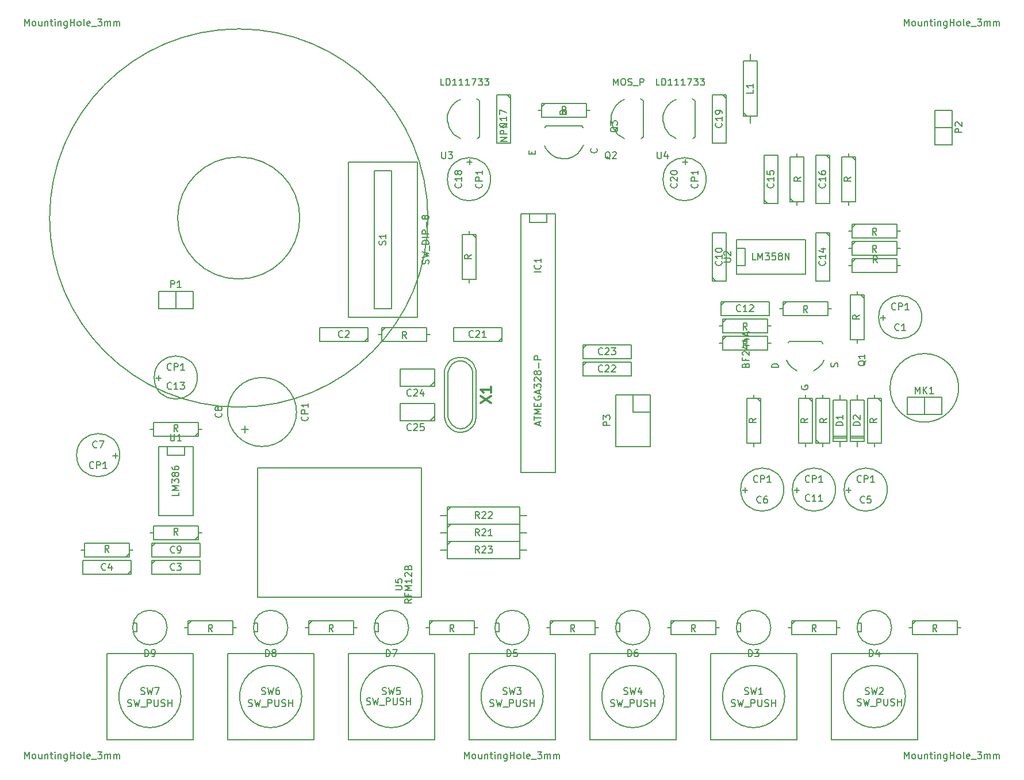
<source format=gto>
%FSLAX34Y34*%
G04 Gerber Fmt 3.4, Leading zero omitted, Abs format*
G04 (created by PCBNEW (2014-03-19 BZR 4756)-product) date Fri 26 Dec 2014 10:56:14 GMT*
%MOIN*%
G01*
G70*
G90*
G04 APERTURE LIST*
%ADD10C,0.005906*%
%ADD11C,0.007874*%
%ADD12C,0.012000*%
G04 APERTURE END LIST*
G54D10*
G54D11*
X83390Y-37600D02*
G75*
G03X83390Y-37600I-1990J0D01*
G74*
G01*
X45190Y-27750D02*
G75*
G03X45190Y-27750I-3540J0D01*
G74*
G01*
X52615Y-27750D02*
G75*
G03X52615Y-27750I-10965J0D01*
G74*
G01*
G54D10*
X52250Y-49750D02*
X52250Y-42250D01*
X52250Y-42250D02*
X42750Y-42250D01*
X42750Y-42250D02*
X42750Y-49750D01*
X42750Y-49750D02*
X52250Y-49750D01*
X55600Y-20950D02*
X55450Y-20850D01*
X54340Y-23050D02*
X54525Y-23130D01*
X55545Y-23100D02*
X55475Y-23130D01*
X54360Y-20955D02*
X54525Y-20885D01*
X53750Y-22000D02*
X53750Y-21800D01*
X53750Y-21800D02*
X53800Y-21600D01*
X53800Y-21600D02*
X53900Y-21400D01*
X53900Y-21400D02*
X54000Y-21250D01*
X54000Y-21250D02*
X54150Y-21100D01*
X54150Y-21100D02*
X54350Y-20950D01*
X54350Y-23050D02*
X54100Y-22900D01*
X54100Y-22900D02*
X53950Y-22650D01*
X53950Y-22650D02*
X53850Y-22500D01*
X53850Y-22500D02*
X53800Y-22300D01*
X53800Y-22300D02*
X53750Y-22100D01*
X53750Y-22100D02*
X53750Y-22000D01*
X55600Y-23050D02*
X55500Y-23100D01*
X55600Y-23050D02*
X55600Y-20950D01*
X68100Y-20950D02*
X67950Y-20850D01*
X66840Y-23050D02*
X67025Y-23130D01*
X68045Y-23100D02*
X67975Y-23130D01*
X66860Y-20955D02*
X67025Y-20885D01*
X66250Y-22000D02*
X66250Y-21800D01*
X66250Y-21800D02*
X66300Y-21600D01*
X66300Y-21600D02*
X66400Y-21400D01*
X66400Y-21400D02*
X66500Y-21250D01*
X66500Y-21250D02*
X66650Y-21100D01*
X66650Y-21100D02*
X66850Y-20950D01*
X66850Y-23050D02*
X66600Y-22900D01*
X66600Y-22900D02*
X66450Y-22650D01*
X66450Y-22650D02*
X66350Y-22500D01*
X66350Y-22500D02*
X66300Y-22300D01*
X66300Y-22300D02*
X66250Y-22100D01*
X66250Y-22100D02*
X66250Y-22000D01*
X68100Y-23050D02*
X68000Y-23100D01*
X68100Y-23050D02*
X68100Y-20950D01*
X65100Y-20950D02*
X64950Y-20850D01*
X63840Y-23050D02*
X64025Y-23130D01*
X65045Y-23100D02*
X64975Y-23130D01*
X63860Y-20955D02*
X64025Y-20885D01*
X63250Y-22000D02*
X63250Y-21800D01*
X63250Y-21800D02*
X63300Y-21600D01*
X63300Y-21600D02*
X63400Y-21400D01*
X63400Y-21400D02*
X63500Y-21250D01*
X63500Y-21250D02*
X63650Y-21100D01*
X63650Y-21100D02*
X63850Y-20950D01*
X63850Y-23050D02*
X63600Y-22900D01*
X63600Y-22900D02*
X63450Y-22650D01*
X63450Y-22650D02*
X63350Y-22500D01*
X63350Y-22500D02*
X63300Y-22300D01*
X63300Y-22300D02*
X63250Y-22100D01*
X63250Y-22100D02*
X63250Y-22000D01*
X65100Y-23050D02*
X65000Y-23100D01*
X65100Y-23050D02*
X65100Y-20950D01*
X59450Y-22400D02*
X59400Y-22500D01*
X61550Y-22400D02*
X61600Y-22500D01*
X61655Y-23510D02*
X61575Y-23655D01*
X61575Y-23655D02*
X61455Y-23845D01*
X61455Y-23845D02*
X61265Y-24045D01*
X61265Y-24045D02*
X61015Y-24200D01*
X61015Y-24200D02*
X60720Y-24300D01*
X60720Y-24300D02*
X60490Y-24320D01*
X60490Y-24320D02*
X60170Y-24275D01*
X60170Y-24275D02*
X59965Y-24200D01*
X59965Y-24200D02*
X59745Y-24045D01*
X59745Y-24045D02*
X59560Y-23865D01*
X59560Y-23865D02*
X59445Y-23695D01*
X59445Y-23695D02*
X59360Y-23525D01*
X61550Y-22400D02*
X59450Y-22400D01*
X73550Y-34900D02*
X73505Y-34975D01*
X74000Y-36600D02*
X73910Y-36555D01*
X73910Y-36555D02*
X73830Y-36500D01*
X73830Y-36500D02*
X73700Y-36410D01*
X73700Y-36410D02*
X73575Y-36265D01*
X73575Y-36265D02*
X73495Y-36165D01*
X73495Y-36165D02*
X73435Y-36060D01*
X73435Y-36060D02*
X73405Y-35990D01*
X75590Y-35990D02*
X75540Y-36090D01*
X75540Y-36090D02*
X75480Y-36195D01*
X75480Y-36195D02*
X75385Y-36320D01*
X75385Y-36320D02*
X75290Y-36410D01*
X75290Y-36410D02*
X75150Y-36515D01*
X75150Y-36515D02*
X75035Y-36580D01*
X75035Y-36580D02*
X74980Y-36600D01*
X74980Y-36600D02*
X74980Y-36605D01*
X75450Y-34900D02*
X75525Y-35025D01*
X74500Y-34900D02*
X73550Y-34900D01*
X74500Y-34900D02*
X75450Y-34900D01*
X81250Y-33500D02*
G75*
G03X81250Y-33500I-1250J0D01*
G74*
G01*
X79250Y-43500D02*
G75*
G03X79250Y-43500I-1250J0D01*
G74*
G01*
X73250Y-43500D02*
G75*
G03X73250Y-43500I-1250J0D01*
G74*
G01*
X34750Y-41500D02*
G75*
G03X34750Y-41500I-1250J0D01*
G74*
G01*
X76250Y-43500D02*
G75*
G03X76250Y-43500I-1250J0D01*
G74*
G01*
X39250Y-37000D02*
G75*
G03X39250Y-37000I-1250J0D01*
G74*
G01*
X56250Y-25500D02*
G75*
G03X56250Y-25500I-1250J0D01*
G74*
G01*
X68750Y-25500D02*
G75*
G03X68750Y-25500I-1250J0D01*
G74*
G01*
X76500Y-41000D02*
X76500Y-40700D01*
X76500Y-40700D02*
X76900Y-40700D01*
X76900Y-40700D02*
X76900Y-38300D01*
X76900Y-38300D02*
X76500Y-38300D01*
X76500Y-38300D02*
X76500Y-38000D01*
X76500Y-38300D02*
X76100Y-38300D01*
X76100Y-38300D02*
X76100Y-40700D01*
X76100Y-40700D02*
X76500Y-40700D01*
X76900Y-40500D02*
X76100Y-40500D01*
X76100Y-40400D02*
X76900Y-40400D01*
X77500Y-41000D02*
X77500Y-40700D01*
X77500Y-40700D02*
X77900Y-40700D01*
X77900Y-40700D02*
X77900Y-38300D01*
X77900Y-38300D02*
X77500Y-38300D01*
X77500Y-38300D02*
X77500Y-38000D01*
X77500Y-38300D02*
X77100Y-38300D01*
X77100Y-38300D02*
X77100Y-40700D01*
X77100Y-40700D02*
X77500Y-40700D01*
X77900Y-40500D02*
X77100Y-40500D01*
X77100Y-40400D02*
X77900Y-40400D01*
X72500Y-51500D02*
G75*
G03X72500Y-51500I-1000J0D01*
G74*
G01*
X70500Y-51750D02*
X70750Y-51750D01*
X70750Y-51750D02*
X70750Y-51250D01*
X70750Y-51250D02*
X70500Y-51250D01*
X79500Y-51500D02*
G75*
G03X79500Y-51500I-1000J0D01*
G74*
G01*
X77500Y-51750D02*
X77750Y-51750D01*
X77750Y-51750D02*
X77750Y-51250D01*
X77750Y-51250D02*
X77500Y-51250D01*
X58500Y-51500D02*
G75*
G03X58500Y-51500I-1000J0D01*
G74*
G01*
X56500Y-51750D02*
X56750Y-51750D01*
X56750Y-51750D02*
X56750Y-51250D01*
X56750Y-51250D02*
X56500Y-51250D01*
X60000Y-27500D02*
X60000Y-42500D01*
X60000Y-42500D02*
X58000Y-42500D01*
X58000Y-42500D02*
X58000Y-27500D01*
X58000Y-27500D02*
X60000Y-27500D01*
X59500Y-27500D02*
X59500Y-28000D01*
X59500Y-28000D02*
X58500Y-28000D01*
X58500Y-28000D02*
X58500Y-27500D01*
X71300Y-22250D02*
X71300Y-21850D01*
X71300Y-21850D02*
X70900Y-21850D01*
X70900Y-21850D02*
X70900Y-18650D01*
X70900Y-18650D02*
X71700Y-18650D01*
X71700Y-18650D02*
X71700Y-21850D01*
X71700Y-21850D02*
X71300Y-21850D01*
X71100Y-21850D02*
X70900Y-21650D01*
X71300Y-18250D02*
X71300Y-18650D01*
X77000Y-30500D02*
X77200Y-30500D01*
X80000Y-30500D02*
X79800Y-30500D01*
X79800Y-30500D02*
X79800Y-30100D01*
X79800Y-30100D02*
X77200Y-30100D01*
X77200Y-30100D02*
X77200Y-30900D01*
X77200Y-30900D02*
X79800Y-30900D01*
X79800Y-30900D02*
X79800Y-30500D01*
X77200Y-30300D02*
X77400Y-30100D01*
X49750Y-34500D02*
X49950Y-34500D01*
X52750Y-34500D02*
X52550Y-34500D01*
X52550Y-34500D02*
X52550Y-34100D01*
X52550Y-34100D02*
X49950Y-34100D01*
X49950Y-34100D02*
X49950Y-34900D01*
X49950Y-34900D02*
X52550Y-34900D01*
X52550Y-34900D02*
X52550Y-34500D01*
X49950Y-34300D02*
X50150Y-34100D01*
X77500Y-32000D02*
X77500Y-32200D01*
X77500Y-35000D02*
X77500Y-34800D01*
X77500Y-34800D02*
X77900Y-34800D01*
X77900Y-34800D02*
X77900Y-32200D01*
X77900Y-32200D02*
X77100Y-32200D01*
X77100Y-32200D02*
X77100Y-34800D01*
X77100Y-34800D02*
X77500Y-34800D01*
X77700Y-32200D02*
X77900Y-32400D01*
X78500Y-38000D02*
X78500Y-38200D01*
X78500Y-41000D02*
X78500Y-40800D01*
X78500Y-40800D02*
X78900Y-40800D01*
X78900Y-40800D02*
X78900Y-38200D01*
X78900Y-38200D02*
X78100Y-38200D01*
X78100Y-38200D02*
X78100Y-40800D01*
X78100Y-40800D02*
X78500Y-40800D01*
X78700Y-38200D02*
X78900Y-38400D01*
X35500Y-47000D02*
X35300Y-47000D01*
X32500Y-47000D02*
X32700Y-47000D01*
X32700Y-47000D02*
X32700Y-47400D01*
X32700Y-47400D02*
X35300Y-47400D01*
X35300Y-47400D02*
X35300Y-46600D01*
X35300Y-46600D02*
X32700Y-46600D01*
X32700Y-46600D02*
X32700Y-47000D01*
X35300Y-47200D02*
X35100Y-47400D01*
X73000Y-33000D02*
X73200Y-33000D01*
X76000Y-33000D02*
X75800Y-33000D01*
X75800Y-33000D02*
X75800Y-32600D01*
X75800Y-32600D02*
X73200Y-32600D01*
X73200Y-32600D02*
X73200Y-33400D01*
X73200Y-33400D02*
X75800Y-33400D01*
X75800Y-33400D02*
X75800Y-33000D01*
X73200Y-32800D02*
X73400Y-32600D01*
X74500Y-38000D02*
X74500Y-38200D01*
X74500Y-41000D02*
X74500Y-40800D01*
X74500Y-40800D02*
X74900Y-40800D01*
X74900Y-40800D02*
X74900Y-38200D01*
X74900Y-38200D02*
X74100Y-38200D01*
X74100Y-38200D02*
X74100Y-40800D01*
X74100Y-40800D02*
X74500Y-40800D01*
X74700Y-38200D02*
X74900Y-38400D01*
X66500Y-51500D02*
X66700Y-51500D01*
X69500Y-51500D02*
X69300Y-51500D01*
X69300Y-51500D02*
X69300Y-51100D01*
X69300Y-51100D02*
X66700Y-51100D01*
X66700Y-51100D02*
X66700Y-51900D01*
X66700Y-51900D02*
X69300Y-51900D01*
X69300Y-51900D02*
X69300Y-51500D01*
X66700Y-51300D02*
X66900Y-51100D01*
X75500Y-41000D02*
X75500Y-40800D01*
X75500Y-38000D02*
X75500Y-38200D01*
X75500Y-38200D02*
X75100Y-38200D01*
X75100Y-38200D02*
X75100Y-40800D01*
X75100Y-40800D02*
X75900Y-40800D01*
X75900Y-40800D02*
X75900Y-38200D01*
X75900Y-38200D02*
X75500Y-38200D01*
X75300Y-40800D02*
X75100Y-40600D01*
X39500Y-40000D02*
X39300Y-40000D01*
X36500Y-40000D02*
X36700Y-40000D01*
X36700Y-40000D02*
X36700Y-40400D01*
X36700Y-40400D02*
X39300Y-40400D01*
X39300Y-40400D02*
X39300Y-39600D01*
X39300Y-39600D02*
X36700Y-39600D01*
X36700Y-39600D02*
X36700Y-40000D01*
X39300Y-40200D02*
X39100Y-40400D01*
X71500Y-38000D02*
X71500Y-38200D01*
X71500Y-41000D02*
X71500Y-40800D01*
X71500Y-40800D02*
X71900Y-40800D01*
X71900Y-40800D02*
X71900Y-38200D01*
X71900Y-38200D02*
X71100Y-38200D01*
X71100Y-38200D02*
X71100Y-40800D01*
X71100Y-40800D02*
X71500Y-40800D01*
X71700Y-38200D02*
X71900Y-38400D01*
X39500Y-46000D02*
X39300Y-46000D01*
X36500Y-46000D02*
X36700Y-46000D01*
X36700Y-46000D02*
X36700Y-46400D01*
X36700Y-46400D02*
X39300Y-46400D01*
X39300Y-46400D02*
X39300Y-45600D01*
X39300Y-45600D02*
X36700Y-45600D01*
X36700Y-45600D02*
X36700Y-46000D01*
X39300Y-46200D02*
X39100Y-46400D01*
X69500Y-34000D02*
X69700Y-34000D01*
X72500Y-34000D02*
X72300Y-34000D01*
X72300Y-34000D02*
X72300Y-33600D01*
X72300Y-33600D02*
X69700Y-33600D01*
X69700Y-33600D02*
X69700Y-34400D01*
X69700Y-34400D02*
X72300Y-34400D01*
X72300Y-34400D02*
X72300Y-34000D01*
X69700Y-33800D02*
X69900Y-33600D01*
X69500Y-35000D02*
X69700Y-35000D01*
X72500Y-35000D02*
X72300Y-35000D01*
X72300Y-35000D02*
X72300Y-34600D01*
X72300Y-34600D02*
X69700Y-34600D01*
X69700Y-34600D02*
X69700Y-35400D01*
X69700Y-35400D02*
X72300Y-35400D01*
X72300Y-35400D02*
X72300Y-35000D01*
X69700Y-34800D02*
X69900Y-34600D01*
X77000Y-29500D02*
X77200Y-29500D01*
X80000Y-29500D02*
X79800Y-29500D01*
X79800Y-29500D02*
X79800Y-29100D01*
X79800Y-29100D02*
X77200Y-29100D01*
X77200Y-29100D02*
X77200Y-29900D01*
X77200Y-29900D02*
X79800Y-29900D01*
X79800Y-29900D02*
X79800Y-29500D01*
X77200Y-29300D02*
X77400Y-29100D01*
X77000Y-28500D02*
X77200Y-28500D01*
X80000Y-28500D02*
X79800Y-28500D01*
X79800Y-28500D02*
X79800Y-28100D01*
X79800Y-28100D02*
X77200Y-28100D01*
X77200Y-28100D02*
X77200Y-28900D01*
X77200Y-28900D02*
X79800Y-28900D01*
X79800Y-28900D02*
X79800Y-28500D01*
X77200Y-28300D02*
X77400Y-28100D01*
X77000Y-24000D02*
X77000Y-24200D01*
X77000Y-27000D02*
X77000Y-26800D01*
X77000Y-26800D02*
X77400Y-26800D01*
X77400Y-26800D02*
X77400Y-24200D01*
X77400Y-24200D02*
X76600Y-24200D01*
X76600Y-24200D02*
X76600Y-26800D01*
X76600Y-26800D02*
X77000Y-26800D01*
X77200Y-24200D02*
X77400Y-24400D01*
X74000Y-27000D02*
X74000Y-26800D01*
X74000Y-24000D02*
X74000Y-24200D01*
X74000Y-24200D02*
X73600Y-24200D01*
X73600Y-24200D02*
X73600Y-26800D01*
X73600Y-26800D02*
X74400Y-26800D01*
X74400Y-26800D02*
X74400Y-24200D01*
X74400Y-24200D02*
X74000Y-24200D01*
X73800Y-26800D02*
X73600Y-26600D01*
X59000Y-21500D02*
X59200Y-21500D01*
X62000Y-21500D02*
X61800Y-21500D01*
X61800Y-21500D02*
X61800Y-21100D01*
X61800Y-21100D02*
X59200Y-21100D01*
X59200Y-21100D02*
X59200Y-21900D01*
X59200Y-21900D02*
X61800Y-21900D01*
X61800Y-21900D02*
X61800Y-21500D01*
X59200Y-21300D02*
X59400Y-21100D01*
X55000Y-28500D02*
X55000Y-28700D01*
X55000Y-31500D02*
X55000Y-31300D01*
X55000Y-31300D02*
X55400Y-31300D01*
X55400Y-31300D02*
X55400Y-28700D01*
X55400Y-28700D02*
X54600Y-28700D01*
X54600Y-28700D02*
X54600Y-31300D01*
X54600Y-31300D02*
X55000Y-31300D01*
X55200Y-28700D02*
X55400Y-28900D01*
X73500Y-51500D02*
X73700Y-51500D01*
X76500Y-51500D02*
X76300Y-51500D01*
X76300Y-51500D02*
X76300Y-51100D01*
X76300Y-51100D02*
X73700Y-51100D01*
X73700Y-51100D02*
X73700Y-51900D01*
X73700Y-51900D02*
X76300Y-51900D01*
X76300Y-51900D02*
X76300Y-51500D01*
X73700Y-51300D02*
X73900Y-51100D01*
X80500Y-51500D02*
X80700Y-51500D01*
X83500Y-51500D02*
X83300Y-51500D01*
X83300Y-51500D02*
X83300Y-51100D01*
X83300Y-51100D02*
X80700Y-51100D01*
X80700Y-51100D02*
X80700Y-51900D01*
X80700Y-51900D02*
X83300Y-51900D01*
X83300Y-51900D02*
X83300Y-51500D01*
X80700Y-51300D02*
X80900Y-51100D01*
X59500Y-51500D02*
X59700Y-51500D01*
X62500Y-51500D02*
X62300Y-51500D01*
X62300Y-51500D02*
X62300Y-51100D01*
X62300Y-51100D02*
X59700Y-51100D01*
X59700Y-51100D02*
X59700Y-51900D01*
X59700Y-51900D02*
X62300Y-51900D01*
X62300Y-51900D02*
X62300Y-51500D01*
X59700Y-51300D02*
X59900Y-51100D01*
X73302Y-55500D02*
G75*
G03X73302Y-55500I-1802J0D01*
G74*
G01*
X69000Y-53000D02*
X74000Y-53000D01*
X74000Y-53000D02*
X74000Y-58000D01*
X74000Y-58000D02*
X69000Y-58000D01*
X69000Y-58000D02*
X69000Y-53000D01*
X80302Y-55500D02*
G75*
G03X80302Y-55500I-1802J0D01*
G74*
G01*
X76000Y-53000D02*
X81000Y-53000D01*
X81000Y-53000D02*
X81000Y-58000D01*
X81000Y-58000D02*
X76000Y-58000D01*
X76000Y-58000D02*
X76000Y-53000D01*
X59302Y-55500D02*
G75*
G03X59302Y-55500I-1802J0D01*
G74*
G01*
X55000Y-53000D02*
X60000Y-53000D01*
X60000Y-53000D02*
X60000Y-58000D01*
X60000Y-58000D02*
X55000Y-58000D01*
X55000Y-58000D02*
X55000Y-53000D01*
X38500Y-41000D02*
X38500Y-41500D01*
X38500Y-41500D02*
X37500Y-41500D01*
X37500Y-41500D02*
X37500Y-41000D01*
X39000Y-41000D02*
X39000Y-45000D01*
X39000Y-45000D02*
X37000Y-45000D01*
X37000Y-45000D02*
X37000Y-41000D01*
X37000Y-41000D02*
X39000Y-41000D01*
X70500Y-29500D02*
X71000Y-29500D01*
X71000Y-29500D02*
X71000Y-30500D01*
X71000Y-30500D02*
X70500Y-30500D01*
X70500Y-29000D02*
X74500Y-29000D01*
X74500Y-29000D02*
X74500Y-31000D01*
X74500Y-31000D02*
X70500Y-31000D01*
X70500Y-31000D02*
X70500Y-29000D01*
X54894Y-39850D02*
X54736Y-39929D01*
X54736Y-39929D02*
X54500Y-39969D01*
X54500Y-39969D02*
X54303Y-39929D01*
X54303Y-39929D02*
X54028Y-39772D01*
X54028Y-39772D02*
X53870Y-39535D01*
X53870Y-39535D02*
X53791Y-39299D01*
X53791Y-39299D02*
X53791Y-36701D01*
X53791Y-36701D02*
X53870Y-36425D01*
X53870Y-36425D02*
X53988Y-36268D01*
X53988Y-36268D02*
X54185Y-36110D01*
X54185Y-36110D02*
X54421Y-36031D01*
X54421Y-36031D02*
X54618Y-36031D01*
X54618Y-36031D02*
X54815Y-36110D01*
X54815Y-36110D02*
X55051Y-36307D01*
X55051Y-36307D02*
X55169Y-36504D01*
X55169Y-36504D02*
X55209Y-36701D01*
X55209Y-36740D02*
X55209Y-39339D01*
X55209Y-39339D02*
X55169Y-39496D01*
X55169Y-39496D02*
X55051Y-39693D01*
X55051Y-39693D02*
X54854Y-39890D01*
X55417Y-36744D02*
X55398Y-36563D01*
X55398Y-36563D02*
X55354Y-36406D01*
X55354Y-36406D02*
X55268Y-36236D01*
X55268Y-36236D02*
X55177Y-36122D01*
X55177Y-36122D02*
X55039Y-35992D01*
X55039Y-35992D02*
X54827Y-35878D01*
X54827Y-35878D02*
X54591Y-35827D01*
X54591Y-35827D02*
X54390Y-35827D01*
X54390Y-35827D02*
X54114Y-35894D01*
X54114Y-35894D02*
X53882Y-36051D01*
X53882Y-36051D02*
X53736Y-36232D01*
X53736Y-36232D02*
X53654Y-36398D01*
X53654Y-36398D02*
X53591Y-36575D01*
X53591Y-36575D02*
X53579Y-36748D01*
X53665Y-39638D02*
X53752Y-39787D01*
X53752Y-39787D02*
X53862Y-39913D01*
X53862Y-39913D02*
X53992Y-40012D01*
X53992Y-40012D02*
X54209Y-40130D01*
X54209Y-40130D02*
X54394Y-40173D01*
X54394Y-40173D02*
X54575Y-40181D01*
X54575Y-40181D02*
X54756Y-40146D01*
X54756Y-40146D02*
X54933Y-40071D01*
X54933Y-40071D02*
X55118Y-39929D01*
X55118Y-39929D02*
X55244Y-39791D01*
X55244Y-39791D02*
X55335Y-39638D01*
X55335Y-39638D02*
X55390Y-39469D01*
X55390Y-39469D02*
X55417Y-39295D01*
X53583Y-36740D02*
X53583Y-39280D01*
X53583Y-39280D02*
X53598Y-39445D01*
X53598Y-39445D02*
X53665Y-39638D01*
X55417Y-36740D02*
X55417Y-39280D01*
X65500Y-51500D02*
G75*
G03X65500Y-51500I-1000J0D01*
G74*
G01*
X63500Y-51750D02*
X63750Y-51750D01*
X63750Y-51750D02*
X63750Y-51250D01*
X63750Y-51250D02*
X63500Y-51250D01*
X81400Y-38150D02*
X81400Y-39150D01*
X82400Y-38150D02*
X82400Y-39150D01*
X82400Y-39150D02*
X81400Y-39150D01*
X81400Y-39150D02*
X80400Y-39150D01*
X80400Y-39150D02*
X80400Y-38150D01*
X80400Y-38150D02*
X82400Y-38150D01*
X38000Y-32000D02*
X38000Y-33000D01*
X39000Y-32000D02*
X39000Y-33000D01*
X39000Y-33000D02*
X38000Y-33000D01*
X38000Y-33000D02*
X37000Y-33000D01*
X37000Y-33000D02*
X37000Y-32000D01*
X37000Y-32000D02*
X39000Y-32000D01*
X83000Y-22500D02*
X82000Y-22500D01*
X83000Y-23500D02*
X82000Y-23500D01*
X82000Y-23500D02*
X82000Y-22500D01*
X82000Y-22500D02*
X82000Y-21500D01*
X82000Y-21500D02*
X83000Y-21500D01*
X83000Y-21500D02*
X83000Y-23500D01*
X64500Y-38000D02*
X64500Y-39000D01*
X64500Y-39000D02*
X65500Y-39000D01*
X65500Y-38000D02*
X65500Y-41000D01*
X65500Y-41000D02*
X63500Y-41000D01*
X63500Y-41000D02*
X63500Y-39000D01*
X65500Y-38000D02*
X64500Y-38000D01*
X63500Y-38000D02*
X64500Y-38000D01*
X63500Y-39000D02*
X63500Y-38000D01*
X66302Y-55500D02*
G75*
G03X66302Y-55500I-1802J0D01*
G74*
G01*
X62000Y-53000D02*
X67000Y-53000D01*
X67000Y-53000D02*
X67000Y-58000D01*
X67000Y-58000D02*
X62000Y-58000D01*
X62000Y-58000D02*
X62000Y-53000D01*
X49150Y-34900D02*
X46350Y-34900D01*
X46350Y-34900D02*
X46350Y-34100D01*
X46350Y-34100D02*
X49150Y-34100D01*
X49150Y-34100D02*
X49150Y-34900D01*
X49150Y-34700D02*
X48950Y-34900D01*
X36600Y-47600D02*
X39400Y-47600D01*
X39400Y-47600D02*
X39400Y-48400D01*
X39400Y-48400D02*
X36600Y-48400D01*
X36600Y-48400D02*
X36600Y-47600D01*
X36600Y-47800D02*
X36800Y-47600D01*
X35400Y-48400D02*
X32600Y-48400D01*
X32600Y-48400D02*
X32600Y-47600D01*
X32600Y-47600D02*
X35400Y-47600D01*
X35400Y-47600D02*
X35400Y-48400D01*
X35400Y-48200D02*
X35200Y-48400D01*
X41800Y-40000D02*
X42200Y-40000D01*
X42000Y-40200D02*
X42000Y-39800D01*
X45000Y-39000D02*
G75*
G03X45000Y-39000I-2000J0D01*
G74*
G01*
X36600Y-46600D02*
X39400Y-46600D01*
X39400Y-46600D02*
X39400Y-47400D01*
X39400Y-47400D02*
X36600Y-47400D01*
X36600Y-47400D02*
X36600Y-46600D01*
X36600Y-46800D02*
X36800Y-46600D01*
X69100Y-31400D02*
X69100Y-28600D01*
X69100Y-28600D02*
X69900Y-28600D01*
X69900Y-28600D02*
X69900Y-31400D01*
X69900Y-31400D02*
X69100Y-31400D01*
X69300Y-31400D02*
X69100Y-31200D01*
X69600Y-32600D02*
X72400Y-32600D01*
X72400Y-32600D02*
X72400Y-33400D01*
X72400Y-33400D02*
X69600Y-33400D01*
X69600Y-33400D02*
X69600Y-32600D01*
X69600Y-32800D02*
X69800Y-32600D01*
X75900Y-28600D02*
X75900Y-31400D01*
X75900Y-31400D02*
X75100Y-31400D01*
X75100Y-31400D02*
X75100Y-28600D01*
X75100Y-28600D02*
X75900Y-28600D01*
X75700Y-28600D02*
X75900Y-28800D01*
X72100Y-26900D02*
X72100Y-24100D01*
X72100Y-24100D02*
X72900Y-24100D01*
X72900Y-24100D02*
X72900Y-26900D01*
X72900Y-26900D02*
X72100Y-26900D01*
X72300Y-26900D02*
X72100Y-26700D01*
X75900Y-24100D02*
X75900Y-26900D01*
X75900Y-26900D02*
X75100Y-26900D01*
X75100Y-26900D02*
X75100Y-24100D01*
X75100Y-24100D02*
X75900Y-24100D01*
X75700Y-24100D02*
X75900Y-24300D01*
X57400Y-20600D02*
X57400Y-23400D01*
X57400Y-23400D02*
X56600Y-23400D01*
X56600Y-23400D02*
X56600Y-20600D01*
X56600Y-20600D02*
X57400Y-20600D01*
X57200Y-20600D02*
X57400Y-20800D01*
X69900Y-20600D02*
X69900Y-23400D01*
X69900Y-23400D02*
X69100Y-23400D01*
X69100Y-23400D02*
X69100Y-20600D01*
X69100Y-20600D02*
X69900Y-20600D01*
X69700Y-20600D02*
X69900Y-20800D01*
X56900Y-34900D02*
X54100Y-34900D01*
X54100Y-34900D02*
X54100Y-34100D01*
X54100Y-34100D02*
X56900Y-34100D01*
X56900Y-34100D02*
X56900Y-34900D01*
X56900Y-34700D02*
X56700Y-34900D01*
X61600Y-36100D02*
X64400Y-36100D01*
X64400Y-36100D02*
X64400Y-36900D01*
X64400Y-36900D02*
X61600Y-36900D01*
X61600Y-36900D02*
X61600Y-36100D01*
X61600Y-36300D02*
X61800Y-36100D01*
X61600Y-35100D02*
X64400Y-35100D01*
X64400Y-35100D02*
X64400Y-35900D01*
X64400Y-35900D02*
X61600Y-35900D01*
X61600Y-35900D02*
X61600Y-35100D01*
X61600Y-35300D02*
X61800Y-35100D01*
X52980Y-37500D02*
X51000Y-37500D01*
X51000Y-37500D02*
X51000Y-36500D01*
X51000Y-36500D02*
X53000Y-36500D01*
X53000Y-36500D02*
X53000Y-37500D01*
X53000Y-37250D02*
X52750Y-37500D01*
X52980Y-39500D02*
X51000Y-39500D01*
X51000Y-39500D02*
X51000Y-38500D01*
X51000Y-38500D02*
X53000Y-38500D01*
X53000Y-38500D02*
X53000Y-39500D01*
X53000Y-39250D02*
X52750Y-39500D01*
X51500Y-51500D02*
G75*
G03X51500Y-51500I-1000J0D01*
G74*
G01*
X49500Y-51750D02*
X49750Y-51750D01*
X49750Y-51750D02*
X49750Y-51250D01*
X49750Y-51250D02*
X49500Y-51250D01*
X44500Y-51500D02*
G75*
G03X44500Y-51500I-1000J0D01*
G74*
G01*
X42500Y-51750D02*
X42750Y-51750D01*
X42750Y-51750D02*
X42750Y-51250D01*
X42750Y-51250D02*
X42500Y-51250D01*
X37500Y-51500D02*
G75*
G03X37500Y-51500I-1000J0D01*
G74*
G01*
X35500Y-51750D02*
X35750Y-51750D01*
X35750Y-51750D02*
X35750Y-51250D01*
X35750Y-51250D02*
X35500Y-51250D01*
X52500Y-51500D02*
X52700Y-51500D01*
X55500Y-51500D02*
X55300Y-51500D01*
X55300Y-51500D02*
X55300Y-51100D01*
X55300Y-51100D02*
X52700Y-51100D01*
X52700Y-51100D02*
X52700Y-51900D01*
X52700Y-51900D02*
X55300Y-51900D01*
X55300Y-51900D02*
X55300Y-51500D01*
X52700Y-51300D02*
X52900Y-51100D01*
X45500Y-51500D02*
X45700Y-51500D01*
X48500Y-51500D02*
X48300Y-51500D01*
X48300Y-51500D02*
X48300Y-51100D01*
X48300Y-51100D02*
X45700Y-51100D01*
X45700Y-51100D02*
X45700Y-51900D01*
X45700Y-51900D02*
X48300Y-51900D01*
X48300Y-51900D02*
X48300Y-51500D01*
X45700Y-51300D02*
X45900Y-51100D01*
X38500Y-51500D02*
X38700Y-51500D01*
X41500Y-51500D02*
X41300Y-51500D01*
X41300Y-51500D02*
X41300Y-51100D01*
X41300Y-51100D02*
X38700Y-51100D01*
X38700Y-51100D02*
X38700Y-51900D01*
X38700Y-51900D02*
X41300Y-51900D01*
X41300Y-51900D02*
X41300Y-51500D01*
X38700Y-51300D02*
X38900Y-51100D01*
X52302Y-55500D02*
G75*
G03X52302Y-55500I-1802J0D01*
G74*
G01*
X48000Y-53000D02*
X53000Y-53000D01*
X53000Y-53000D02*
X53000Y-58000D01*
X53000Y-58000D02*
X48000Y-58000D01*
X48000Y-58000D02*
X48000Y-53000D01*
X45302Y-55500D02*
G75*
G03X45302Y-55500I-1802J0D01*
G74*
G01*
X41000Y-53000D02*
X46000Y-53000D01*
X46000Y-53000D02*
X46000Y-58000D01*
X46000Y-58000D02*
X41000Y-58000D01*
X41000Y-58000D02*
X41000Y-53000D01*
X38302Y-55500D02*
G75*
G03X38302Y-55500I-1802J0D01*
G74*
G01*
X34000Y-53000D02*
X39000Y-53000D01*
X39000Y-53000D02*
X39000Y-58000D01*
X39000Y-58000D02*
X34000Y-58000D01*
X34000Y-58000D02*
X34000Y-53000D01*
X48000Y-24500D02*
X48000Y-33500D01*
X48000Y-33500D02*
X52000Y-33500D01*
X52000Y-33500D02*
X52000Y-24500D01*
X52000Y-24500D02*
X48000Y-24500D01*
X50500Y-25000D02*
X50500Y-33000D01*
X50500Y-33000D02*
X49500Y-33000D01*
X49500Y-33000D02*
X49500Y-25000D01*
X49500Y-25000D02*
X50500Y-25000D01*
X53350Y-46000D02*
X53750Y-46000D01*
X58350Y-46000D02*
X57950Y-46000D01*
X57950Y-45500D02*
X57950Y-46500D01*
X57950Y-46500D02*
X53750Y-46500D01*
X53750Y-46500D02*
X53750Y-45500D01*
X53750Y-45500D02*
X57950Y-45500D01*
X53750Y-45700D02*
X53950Y-45500D01*
X53350Y-45000D02*
X53750Y-45000D01*
X58350Y-45000D02*
X57950Y-45000D01*
X57950Y-44500D02*
X57950Y-45500D01*
X57950Y-45500D02*
X53750Y-45500D01*
X53750Y-45500D02*
X53750Y-44500D01*
X53750Y-44500D02*
X57950Y-44500D01*
X53750Y-44700D02*
X53950Y-44500D01*
X53350Y-47000D02*
X53750Y-47000D01*
X58350Y-47000D02*
X57950Y-47000D01*
X57950Y-46500D02*
X57950Y-47500D01*
X57950Y-47500D02*
X53750Y-47500D01*
X53750Y-47500D02*
X53750Y-46500D01*
X53750Y-46500D02*
X57950Y-46500D01*
X53750Y-46700D02*
X53950Y-46500D01*
X50733Y-49299D02*
X51051Y-49299D01*
X51089Y-49281D01*
X51108Y-49262D01*
X51126Y-49224D01*
X51126Y-49149D01*
X51108Y-49112D01*
X51089Y-49093D01*
X51051Y-49074D01*
X50733Y-49074D01*
X50733Y-48700D02*
X50733Y-48887D01*
X50920Y-48906D01*
X50901Y-48887D01*
X50883Y-48850D01*
X50883Y-48756D01*
X50901Y-48718D01*
X50920Y-48700D01*
X50958Y-48681D01*
X51051Y-48681D01*
X51089Y-48700D01*
X51108Y-48718D01*
X51126Y-48756D01*
X51126Y-48850D01*
X51108Y-48887D01*
X51089Y-48906D01*
X51678Y-49843D02*
X51490Y-49974D01*
X51678Y-50068D02*
X51284Y-50068D01*
X51284Y-49918D01*
X51303Y-49881D01*
X51321Y-49862D01*
X51359Y-49843D01*
X51415Y-49843D01*
X51453Y-49862D01*
X51471Y-49881D01*
X51490Y-49918D01*
X51490Y-50068D01*
X51471Y-49543D02*
X51471Y-49674D01*
X51678Y-49674D02*
X51284Y-49674D01*
X51284Y-49487D01*
X51678Y-49337D02*
X51284Y-49337D01*
X51565Y-49206D01*
X51284Y-49074D01*
X51678Y-49074D01*
X51678Y-48681D02*
X51678Y-48906D01*
X51678Y-48793D02*
X51284Y-48793D01*
X51340Y-48831D01*
X51378Y-48868D01*
X51396Y-48906D01*
X51321Y-48531D02*
X51303Y-48512D01*
X51284Y-48475D01*
X51284Y-48381D01*
X51303Y-48343D01*
X51321Y-48325D01*
X51359Y-48306D01*
X51396Y-48306D01*
X51453Y-48325D01*
X51678Y-48550D01*
X51678Y-48306D01*
X51471Y-48006D02*
X51490Y-47950D01*
X51509Y-47931D01*
X51546Y-47912D01*
X51603Y-47912D01*
X51640Y-47931D01*
X51659Y-47950D01*
X51678Y-47987D01*
X51678Y-48137D01*
X51284Y-48137D01*
X51284Y-48006D01*
X51303Y-47968D01*
X51321Y-47950D01*
X51359Y-47931D01*
X51396Y-47931D01*
X51434Y-47950D01*
X51453Y-47968D01*
X51471Y-48006D01*
X51471Y-48137D01*
X53425Y-23909D02*
X53425Y-24228D01*
X53443Y-24265D01*
X53462Y-24284D01*
X53500Y-24303D01*
X53575Y-24303D01*
X53612Y-24284D01*
X53631Y-24265D01*
X53650Y-24228D01*
X53650Y-23909D01*
X53799Y-23909D02*
X54043Y-23909D01*
X53912Y-24059D01*
X53968Y-24059D01*
X54006Y-24078D01*
X54024Y-24096D01*
X54043Y-24134D01*
X54043Y-24228D01*
X54024Y-24265D01*
X54006Y-24284D01*
X53968Y-24303D01*
X53856Y-24303D01*
X53818Y-24284D01*
X53799Y-24265D01*
X53550Y-20053D02*
X53362Y-20053D01*
X53362Y-19659D01*
X53681Y-20053D02*
X53681Y-19659D01*
X53775Y-19659D01*
X53831Y-19678D01*
X53868Y-19715D01*
X53887Y-19753D01*
X53906Y-19828D01*
X53906Y-19884D01*
X53887Y-19959D01*
X53868Y-19996D01*
X53831Y-20034D01*
X53775Y-20053D01*
X53681Y-20053D01*
X54281Y-20053D02*
X54056Y-20053D01*
X54168Y-20053D02*
X54168Y-19659D01*
X54131Y-19715D01*
X54093Y-19753D01*
X54056Y-19771D01*
X54656Y-20053D02*
X54431Y-20053D01*
X54543Y-20053D02*
X54543Y-19659D01*
X54506Y-19715D01*
X54468Y-19753D01*
X54431Y-19771D01*
X55031Y-20053D02*
X54806Y-20053D01*
X54918Y-20053D02*
X54918Y-19659D01*
X54881Y-19715D01*
X54843Y-19753D01*
X54806Y-19771D01*
X55162Y-19659D02*
X55424Y-19659D01*
X55256Y-20053D01*
X55537Y-19659D02*
X55781Y-19659D01*
X55649Y-19809D01*
X55706Y-19809D01*
X55743Y-19828D01*
X55762Y-19846D01*
X55781Y-19884D01*
X55781Y-19978D01*
X55762Y-20015D01*
X55743Y-20034D01*
X55706Y-20053D01*
X55593Y-20053D01*
X55556Y-20034D01*
X55537Y-20015D01*
X55912Y-19659D02*
X56156Y-19659D01*
X56024Y-19809D01*
X56081Y-19809D01*
X56118Y-19828D01*
X56137Y-19846D01*
X56156Y-19884D01*
X56156Y-19978D01*
X56137Y-20015D01*
X56118Y-20034D01*
X56081Y-20053D01*
X55968Y-20053D01*
X55931Y-20034D01*
X55912Y-20015D01*
X65925Y-23909D02*
X65925Y-24228D01*
X65943Y-24265D01*
X65962Y-24284D01*
X66000Y-24303D01*
X66075Y-24303D01*
X66112Y-24284D01*
X66131Y-24265D01*
X66150Y-24228D01*
X66150Y-23909D01*
X66506Y-24040D02*
X66506Y-24303D01*
X66412Y-23890D02*
X66318Y-24171D01*
X66562Y-24171D01*
X66050Y-20053D02*
X65862Y-20053D01*
X65862Y-19659D01*
X66181Y-20053D02*
X66181Y-19659D01*
X66275Y-19659D01*
X66331Y-19678D01*
X66368Y-19715D01*
X66387Y-19753D01*
X66406Y-19828D01*
X66406Y-19884D01*
X66387Y-19959D01*
X66368Y-19996D01*
X66331Y-20034D01*
X66275Y-20053D01*
X66181Y-20053D01*
X66781Y-20053D02*
X66556Y-20053D01*
X66668Y-20053D02*
X66668Y-19659D01*
X66631Y-19715D01*
X66593Y-19753D01*
X66556Y-19771D01*
X67156Y-20053D02*
X66931Y-20053D01*
X67043Y-20053D02*
X67043Y-19659D01*
X67006Y-19715D01*
X66968Y-19753D01*
X66931Y-19771D01*
X67531Y-20053D02*
X67306Y-20053D01*
X67418Y-20053D02*
X67418Y-19659D01*
X67381Y-19715D01*
X67343Y-19753D01*
X67306Y-19771D01*
X67662Y-19659D02*
X67924Y-19659D01*
X67756Y-20053D01*
X68037Y-19659D02*
X68281Y-19659D01*
X68149Y-19809D01*
X68206Y-19809D01*
X68243Y-19828D01*
X68262Y-19846D01*
X68281Y-19884D01*
X68281Y-19978D01*
X68262Y-20015D01*
X68243Y-20034D01*
X68206Y-20053D01*
X68093Y-20053D01*
X68056Y-20034D01*
X68037Y-20015D01*
X68412Y-19659D02*
X68656Y-19659D01*
X68524Y-19809D01*
X68581Y-19809D01*
X68618Y-19828D01*
X68637Y-19846D01*
X68656Y-19884D01*
X68656Y-19978D01*
X68637Y-20015D01*
X68618Y-20034D01*
X68581Y-20053D01*
X68468Y-20053D01*
X68431Y-20034D01*
X68412Y-20015D01*
X63187Y-24340D02*
X63150Y-24321D01*
X63112Y-24284D01*
X63056Y-24228D01*
X63018Y-24209D01*
X62981Y-24209D01*
X63000Y-24303D02*
X62962Y-24284D01*
X62925Y-24246D01*
X62906Y-24171D01*
X62906Y-24040D01*
X62925Y-23965D01*
X62962Y-23928D01*
X63000Y-23909D01*
X63075Y-23909D01*
X63112Y-23928D01*
X63150Y-23965D01*
X63168Y-24040D01*
X63168Y-24171D01*
X63150Y-24246D01*
X63112Y-24284D01*
X63075Y-24303D01*
X63000Y-24303D01*
X63318Y-23946D02*
X63337Y-23928D01*
X63374Y-23909D01*
X63468Y-23909D01*
X63506Y-23928D01*
X63524Y-23946D01*
X63543Y-23984D01*
X63543Y-24021D01*
X63524Y-24078D01*
X63299Y-24303D01*
X63543Y-24303D01*
X63378Y-20053D02*
X63378Y-19659D01*
X63509Y-19940D01*
X63640Y-19659D01*
X63640Y-20053D01*
X63903Y-19659D02*
X63978Y-19659D01*
X64015Y-19678D01*
X64053Y-19715D01*
X64071Y-19790D01*
X64071Y-19921D01*
X64053Y-19996D01*
X64015Y-20034D01*
X63978Y-20053D01*
X63903Y-20053D01*
X63865Y-20034D01*
X63828Y-19996D01*
X63809Y-19921D01*
X63809Y-19790D01*
X63828Y-19715D01*
X63865Y-19678D01*
X63903Y-19659D01*
X64221Y-20034D02*
X64278Y-20053D01*
X64371Y-20053D01*
X64409Y-20034D01*
X64428Y-20015D01*
X64446Y-19978D01*
X64446Y-19940D01*
X64428Y-19903D01*
X64409Y-19884D01*
X64371Y-19865D01*
X64296Y-19846D01*
X64259Y-19828D01*
X64240Y-19809D01*
X64221Y-19771D01*
X64221Y-19734D01*
X64240Y-19696D01*
X64259Y-19678D01*
X64296Y-19659D01*
X64390Y-19659D01*
X64446Y-19678D01*
X64521Y-20090D02*
X64821Y-20090D01*
X64915Y-20053D02*
X64915Y-19659D01*
X65065Y-19659D01*
X65103Y-19678D01*
X65121Y-19696D01*
X65140Y-19734D01*
X65140Y-19790D01*
X65121Y-19828D01*
X65103Y-19846D01*
X65065Y-19865D01*
X64915Y-19865D01*
X63635Y-22472D02*
X63616Y-22509D01*
X63579Y-22547D01*
X63523Y-22603D01*
X63504Y-22641D01*
X63504Y-22678D01*
X63598Y-22659D02*
X63579Y-22697D01*
X63541Y-22734D01*
X63466Y-22753D01*
X63335Y-22753D01*
X63260Y-22734D01*
X63223Y-22697D01*
X63204Y-22659D01*
X63204Y-22584D01*
X63223Y-22547D01*
X63260Y-22509D01*
X63335Y-22491D01*
X63466Y-22491D01*
X63541Y-22509D01*
X63579Y-22547D01*
X63598Y-22584D01*
X63598Y-22659D01*
X63204Y-22360D02*
X63204Y-22116D01*
X63354Y-22247D01*
X63354Y-22191D01*
X63373Y-22153D01*
X63391Y-22135D01*
X63429Y-22116D01*
X63523Y-22116D01*
X63560Y-22135D01*
X63579Y-22153D01*
X63598Y-22191D01*
X63598Y-22303D01*
X63579Y-22341D01*
X63560Y-22360D01*
X57208Y-23295D02*
X56814Y-23295D01*
X57208Y-23070D01*
X56814Y-23070D01*
X57208Y-22883D02*
X56814Y-22883D01*
X56814Y-22733D01*
X56833Y-22695D01*
X56851Y-22676D01*
X56889Y-22658D01*
X56945Y-22658D01*
X56983Y-22676D01*
X57001Y-22695D01*
X57020Y-22733D01*
X57020Y-22883D01*
X57208Y-22489D02*
X56814Y-22489D01*
X57208Y-22264D01*
X56814Y-22264D01*
X58651Y-24034D02*
X58651Y-23903D01*
X58858Y-23846D02*
X58858Y-24034D01*
X58464Y-24034D01*
X58464Y-23846D01*
X60451Y-21596D02*
X60470Y-21540D01*
X60489Y-21521D01*
X60526Y-21503D01*
X60583Y-21503D01*
X60620Y-21521D01*
X60639Y-21540D01*
X60658Y-21578D01*
X60658Y-21728D01*
X60264Y-21728D01*
X60264Y-21596D01*
X60283Y-21559D01*
X60301Y-21540D01*
X60339Y-21521D01*
X60376Y-21521D01*
X60414Y-21540D01*
X60433Y-21559D01*
X60451Y-21596D01*
X60451Y-21728D01*
X62405Y-23723D02*
X62424Y-23741D01*
X62443Y-23798D01*
X62443Y-23835D01*
X62424Y-23891D01*
X62386Y-23929D01*
X62349Y-23948D01*
X62274Y-23966D01*
X62218Y-23966D01*
X62143Y-23948D01*
X62105Y-23929D01*
X62068Y-23891D01*
X62049Y-23835D01*
X62049Y-23798D01*
X62068Y-23741D01*
X62086Y-23723D01*
X77995Y-36022D02*
X77976Y-36059D01*
X77939Y-36097D01*
X77883Y-36153D01*
X77864Y-36191D01*
X77864Y-36228D01*
X77958Y-36209D02*
X77939Y-36247D01*
X77901Y-36284D01*
X77826Y-36303D01*
X77695Y-36303D01*
X77620Y-36284D01*
X77583Y-36247D01*
X77564Y-36209D01*
X77564Y-36134D01*
X77583Y-36097D01*
X77620Y-36059D01*
X77695Y-36041D01*
X77826Y-36041D01*
X77901Y-36059D01*
X77939Y-36097D01*
X77958Y-36134D01*
X77958Y-36209D01*
X77958Y-35666D02*
X77958Y-35891D01*
X77958Y-35778D02*
X77564Y-35778D01*
X77620Y-35816D01*
X77658Y-35853D01*
X77676Y-35891D01*
X71046Y-36286D02*
X71065Y-36230D01*
X71084Y-36211D01*
X71121Y-36193D01*
X71178Y-36193D01*
X71215Y-36211D01*
X71234Y-36230D01*
X71253Y-36268D01*
X71253Y-36417D01*
X70859Y-36417D01*
X70859Y-36286D01*
X70878Y-36249D01*
X70896Y-36230D01*
X70934Y-36211D01*
X70971Y-36211D01*
X71009Y-36230D01*
X71028Y-36249D01*
X71046Y-36286D01*
X71046Y-36417D01*
X71046Y-35893D02*
X71046Y-36024D01*
X71253Y-36024D02*
X70859Y-36024D01*
X70859Y-35836D01*
X70896Y-35705D02*
X70878Y-35686D01*
X70859Y-35649D01*
X70859Y-35555D01*
X70878Y-35518D01*
X70896Y-35499D01*
X70934Y-35480D01*
X70971Y-35480D01*
X71028Y-35499D01*
X71253Y-35724D01*
X71253Y-35480D01*
X70990Y-35143D02*
X71253Y-35143D01*
X70840Y-35236D02*
X71121Y-35330D01*
X71121Y-35086D01*
X70990Y-34768D02*
X71253Y-34768D01*
X70840Y-34861D02*
X71121Y-34955D01*
X71121Y-34711D01*
X71140Y-34580D02*
X71140Y-34393D01*
X71253Y-34618D02*
X70859Y-34486D01*
X71253Y-34355D01*
X76364Y-36382D02*
X76383Y-36326D01*
X76383Y-36232D01*
X76364Y-36195D01*
X76345Y-36176D01*
X76308Y-36157D01*
X76270Y-36157D01*
X76233Y-36176D01*
X76214Y-36195D01*
X76195Y-36232D01*
X76176Y-36307D01*
X76158Y-36344D01*
X76139Y-36363D01*
X76101Y-36382D01*
X76064Y-36382D01*
X76026Y-36363D01*
X76008Y-36344D01*
X75989Y-36307D01*
X75989Y-36213D01*
X76008Y-36157D01*
X74283Y-37471D02*
X74264Y-37509D01*
X74264Y-37565D01*
X74283Y-37621D01*
X74320Y-37659D01*
X74358Y-37678D01*
X74433Y-37696D01*
X74489Y-37696D01*
X74564Y-37678D01*
X74601Y-37659D01*
X74639Y-37621D01*
X74658Y-37565D01*
X74658Y-37528D01*
X74639Y-37471D01*
X74620Y-37453D01*
X74489Y-37453D01*
X74489Y-37528D01*
X72933Y-36418D02*
X72539Y-36418D01*
X72539Y-36324D01*
X72558Y-36268D01*
X72595Y-36230D01*
X72633Y-36211D01*
X72708Y-36193D01*
X72764Y-36193D01*
X72839Y-36211D01*
X72876Y-36230D01*
X72914Y-36268D01*
X72933Y-36324D01*
X72933Y-36418D01*
X79934Y-34240D02*
X79915Y-34259D01*
X79859Y-34278D01*
X79821Y-34278D01*
X79765Y-34259D01*
X79728Y-34221D01*
X79709Y-34184D01*
X79690Y-34109D01*
X79690Y-34053D01*
X79709Y-33978D01*
X79728Y-33940D01*
X79765Y-33903D01*
X79821Y-33884D01*
X79859Y-33884D01*
X79915Y-33903D01*
X79934Y-33921D01*
X80309Y-34278D02*
X80084Y-34278D01*
X80196Y-34278D02*
X80196Y-33884D01*
X80159Y-33940D01*
X80121Y-33978D01*
X80084Y-33996D01*
X79737Y-33040D02*
X79718Y-33059D01*
X79662Y-33078D01*
X79625Y-33078D01*
X79568Y-33059D01*
X79531Y-33021D01*
X79512Y-32984D01*
X79493Y-32909D01*
X79493Y-32853D01*
X79512Y-32778D01*
X79531Y-32740D01*
X79568Y-32703D01*
X79625Y-32684D01*
X79662Y-32684D01*
X79718Y-32703D01*
X79737Y-32721D01*
X79906Y-33078D02*
X79906Y-32684D01*
X80056Y-32684D01*
X80093Y-32703D01*
X80112Y-32721D01*
X80131Y-32759D01*
X80131Y-32815D01*
X80112Y-32853D01*
X80093Y-32871D01*
X80056Y-32890D01*
X79906Y-32890D01*
X80506Y-33078D02*
X80281Y-33078D01*
X80393Y-33078D02*
X80393Y-32684D01*
X80356Y-32740D01*
X80318Y-32778D01*
X80281Y-32796D01*
X78850Y-33528D02*
X79149Y-33528D01*
X79000Y-33678D02*
X79000Y-33378D01*
X77934Y-44240D02*
X77915Y-44259D01*
X77859Y-44278D01*
X77821Y-44278D01*
X77765Y-44259D01*
X77728Y-44221D01*
X77709Y-44184D01*
X77690Y-44109D01*
X77690Y-44053D01*
X77709Y-43978D01*
X77728Y-43940D01*
X77765Y-43903D01*
X77821Y-43884D01*
X77859Y-43884D01*
X77915Y-43903D01*
X77934Y-43921D01*
X78290Y-43884D02*
X78103Y-43884D01*
X78084Y-44071D01*
X78103Y-44053D01*
X78140Y-44034D01*
X78234Y-44034D01*
X78271Y-44053D01*
X78290Y-44071D01*
X78309Y-44109D01*
X78309Y-44203D01*
X78290Y-44240D01*
X78271Y-44259D01*
X78234Y-44278D01*
X78140Y-44278D01*
X78103Y-44259D01*
X78084Y-44240D01*
X77737Y-43040D02*
X77718Y-43059D01*
X77662Y-43078D01*
X77625Y-43078D01*
X77568Y-43059D01*
X77531Y-43021D01*
X77512Y-42984D01*
X77493Y-42909D01*
X77493Y-42853D01*
X77512Y-42778D01*
X77531Y-42740D01*
X77568Y-42703D01*
X77625Y-42684D01*
X77662Y-42684D01*
X77718Y-42703D01*
X77737Y-42721D01*
X77906Y-43078D02*
X77906Y-42684D01*
X78056Y-42684D01*
X78093Y-42703D01*
X78112Y-42721D01*
X78131Y-42759D01*
X78131Y-42815D01*
X78112Y-42853D01*
X78093Y-42871D01*
X78056Y-42890D01*
X77906Y-42890D01*
X78506Y-43078D02*
X78281Y-43078D01*
X78393Y-43078D02*
X78393Y-42684D01*
X78356Y-42740D01*
X78318Y-42778D01*
X78281Y-42796D01*
X76850Y-43528D02*
X77149Y-43528D01*
X77000Y-43678D02*
X77000Y-43378D01*
X71934Y-44240D02*
X71915Y-44259D01*
X71859Y-44278D01*
X71821Y-44278D01*
X71765Y-44259D01*
X71728Y-44221D01*
X71709Y-44184D01*
X71690Y-44109D01*
X71690Y-44053D01*
X71709Y-43978D01*
X71728Y-43940D01*
X71765Y-43903D01*
X71821Y-43884D01*
X71859Y-43884D01*
X71915Y-43903D01*
X71934Y-43921D01*
X72271Y-43884D02*
X72196Y-43884D01*
X72159Y-43903D01*
X72140Y-43921D01*
X72103Y-43978D01*
X72084Y-44053D01*
X72084Y-44203D01*
X72103Y-44240D01*
X72121Y-44259D01*
X72159Y-44278D01*
X72234Y-44278D01*
X72271Y-44259D01*
X72290Y-44240D01*
X72309Y-44203D01*
X72309Y-44109D01*
X72290Y-44071D01*
X72271Y-44053D01*
X72234Y-44034D01*
X72159Y-44034D01*
X72121Y-44053D01*
X72103Y-44071D01*
X72084Y-44109D01*
X71737Y-43040D02*
X71718Y-43059D01*
X71662Y-43078D01*
X71625Y-43078D01*
X71568Y-43059D01*
X71531Y-43021D01*
X71512Y-42984D01*
X71493Y-42909D01*
X71493Y-42853D01*
X71512Y-42778D01*
X71531Y-42740D01*
X71568Y-42703D01*
X71625Y-42684D01*
X71662Y-42684D01*
X71718Y-42703D01*
X71737Y-42721D01*
X71906Y-43078D02*
X71906Y-42684D01*
X72056Y-42684D01*
X72093Y-42703D01*
X72112Y-42721D01*
X72131Y-42759D01*
X72131Y-42815D01*
X72112Y-42853D01*
X72093Y-42871D01*
X72056Y-42890D01*
X71906Y-42890D01*
X72506Y-43078D02*
X72281Y-43078D01*
X72393Y-43078D02*
X72393Y-42684D01*
X72356Y-42740D01*
X72318Y-42778D01*
X72281Y-42796D01*
X70850Y-43528D02*
X71149Y-43528D01*
X71000Y-43678D02*
X71000Y-43378D01*
X33434Y-41040D02*
X33415Y-41059D01*
X33359Y-41078D01*
X33321Y-41078D01*
X33265Y-41059D01*
X33228Y-41021D01*
X33209Y-40984D01*
X33190Y-40909D01*
X33190Y-40853D01*
X33209Y-40778D01*
X33228Y-40740D01*
X33265Y-40703D01*
X33321Y-40684D01*
X33359Y-40684D01*
X33415Y-40703D01*
X33434Y-40721D01*
X33565Y-40684D02*
X33828Y-40684D01*
X33659Y-41078D01*
X33237Y-42240D02*
X33218Y-42259D01*
X33162Y-42278D01*
X33125Y-42278D01*
X33068Y-42259D01*
X33031Y-42221D01*
X33012Y-42184D01*
X32993Y-42109D01*
X32993Y-42053D01*
X33012Y-41978D01*
X33031Y-41940D01*
X33068Y-41903D01*
X33125Y-41884D01*
X33162Y-41884D01*
X33218Y-41903D01*
X33237Y-41921D01*
X33406Y-42278D02*
X33406Y-41884D01*
X33556Y-41884D01*
X33593Y-41903D01*
X33612Y-41921D01*
X33631Y-41959D01*
X33631Y-42015D01*
X33612Y-42053D01*
X33593Y-42071D01*
X33556Y-42090D01*
X33406Y-42090D01*
X34006Y-42278D02*
X33781Y-42278D01*
X33893Y-42278D02*
X33893Y-41884D01*
X33856Y-41940D01*
X33818Y-41978D01*
X33781Y-41996D01*
X34350Y-41528D02*
X34649Y-41528D01*
X34500Y-41678D02*
X34500Y-41378D01*
X74746Y-44140D02*
X74728Y-44159D01*
X74671Y-44178D01*
X74634Y-44178D01*
X74578Y-44159D01*
X74540Y-44121D01*
X74521Y-44084D01*
X74503Y-44009D01*
X74503Y-43953D01*
X74521Y-43878D01*
X74540Y-43840D01*
X74578Y-43803D01*
X74634Y-43784D01*
X74671Y-43784D01*
X74728Y-43803D01*
X74746Y-43821D01*
X75121Y-44178D02*
X74896Y-44178D01*
X75009Y-44178D02*
X75009Y-43784D01*
X74971Y-43840D01*
X74934Y-43878D01*
X74896Y-43896D01*
X75496Y-44178D02*
X75271Y-44178D01*
X75384Y-44178D02*
X75384Y-43784D01*
X75346Y-43840D01*
X75309Y-43878D01*
X75271Y-43896D01*
X74737Y-43040D02*
X74718Y-43059D01*
X74662Y-43078D01*
X74625Y-43078D01*
X74568Y-43059D01*
X74531Y-43021D01*
X74512Y-42984D01*
X74493Y-42909D01*
X74493Y-42853D01*
X74512Y-42778D01*
X74531Y-42740D01*
X74568Y-42703D01*
X74625Y-42684D01*
X74662Y-42684D01*
X74718Y-42703D01*
X74737Y-42721D01*
X74906Y-43078D02*
X74906Y-42684D01*
X75056Y-42684D01*
X75093Y-42703D01*
X75112Y-42721D01*
X75131Y-42759D01*
X75131Y-42815D01*
X75112Y-42853D01*
X75093Y-42871D01*
X75056Y-42890D01*
X74906Y-42890D01*
X75506Y-43078D02*
X75281Y-43078D01*
X75393Y-43078D02*
X75393Y-42684D01*
X75356Y-42740D01*
X75318Y-42778D01*
X75281Y-42796D01*
X73850Y-43528D02*
X74149Y-43528D01*
X74000Y-43678D02*
X74000Y-43378D01*
X37746Y-37640D02*
X37728Y-37659D01*
X37671Y-37678D01*
X37634Y-37678D01*
X37578Y-37659D01*
X37540Y-37621D01*
X37521Y-37584D01*
X37503Y-37509D01*
X37503Y-37453D01*
X37521Y-37378D01*
X37540Y-37340D01*
X37578Y-37303D01*
X37634Y-37284D01*
X37671Y-37284D01*
X37728Y-37303D01*
X37746Y-37321D01*
X38121Y-37678D02*
X37896Y-37678D01*
X38009Y-37678D02*
X38009Y-37284D01*
X37971Y-37340D01*
X37934Y-37378D01*
X37896Y-37396D01*
X38253Y-37284D02*
X38496Y-37284D01*
X38365Y-37434D01*
X38421Y-37434D01*
X38459Y-37453D01*
X38478Y-37471D01*
X38496Y-37509D01*
X38496Y-37603D01*
X38478Y-37640D01*
X38459Y-37659D01*
X38421Y-37678D01*
X38309Y-37678D01*
X38271Y-37659D01*
X38253Y-37640D01*
X37737Y-36540D02*
X37718Y-36559D01*
X37662Y-36578D01*
X37625Y-36578D01*
X37568Y-36559D01*
X37531Y-36521D01*
X37512Y-36484D01*
X37493Y-36409D01*
X37493Y-36353D01*
X37512Y-36278D01*
X37531Y-36240D01*
X37568Y-36203D01*
X37625Y-36184D01*
X37662Y-36184D01*
X37718Y-36203D01*
X37737Y-36221D01*
X37906Y-36578D02*
X37906Y-36184D01*
X38056Y-36184D01*
X38093Y-36203D01*
X38112Y-36221D01*
X38131Y-36259D01*
X38131Y-36315D01*
X38112Y-36353D01*
X38093Y-36371D01*
X38056Y-36390D01*
X37906Y-36390D01*
X38506Y-36578D02*
X38281Y-36578D01*
X38393Y-36578D02*
X38393Y-36184D01*
X38356Y-36240D01*
X38318Y-36278D01*
X38281Y-36296D01*
X36850Y-37028D02*
X37149Y-37028D01*
X37000Y-37178D02*
X37000Y-36878D01*
X54540Y-25753D02*
X54559Y-25771D01*
X54578Y-25828D01*
X54578Y-25865D01*
X54559Y-25921D01*
X54521Y-25959D01*
X54484Y-25978D01*
X54409Y-25996D01*
X54353Y-25996D01*
X54278Y-25978D01*
X54240Y-25959D01*
X54203Y-25921D01*
X54184Y-25865D01*
X54184Y-25828D01*
X54203Y-25771D01*
X54221Y-25753D01*
X54578Y-25378D02*
X54578Y-25603D01*
X54578Y-25490D02*
X54184Y-25490D01*
X54240Y-25528D01*
X54278Y-25565D01*
X54296Y-25603D01*
X54353Y-25153D02*
X54334Y-25190D01*
X54315Y-25209D01*
X54278Y-25228D01*
X54259Y-25228D01*
X54221Y-25209D01*
X54203Y-25190D01*
X54184Y-25153D01*
X54184Y-25078D01*
X54203Y-25040D01*
X54221Y-25021D01*
X54259Y-25003D01*
X54278Y-25003D01*
X54315Y-25021D01*
X54334Y-25040D01*
X54353Y-25078D01*
X54353Y-25153D01*
X54371Y-25190D01*
X54390Y-25209D01*
X54428Y-25228D01*
X54503Y-25228D01*
X54540Y-25209D01*
X54559Y-25190D01*
X54578Y-25153D01*
X54578Y-25078D01*
X54559Y-25040D01*
X54540Y-25021D01*
X54503Y-25003D01*
X54428Y-25003D01*
X54390Y-25021D01*
X54371Y-25040D01*
X54353Y-25078D01*
X55740Y-25762D02*
X55759Y-25781D01*
X55778Y-25837D01*
X55778Y-25874D01*
X55759Y-25931D01*
X55721Y-25968D01*
X55684Y-25987D01*
X55609Y-26006D01*
X55553Y-26006D01*
X55478Y-25987D01*
X55440Y-25968D01*
X55403Y-25931D01*
X55384Y-25874D01*
X55384Y-25837D01*
X55403Y-25781D01*
X55421Y-25762D01*
X55778Y-25593D02*
X55384Y-25593D01*
X55384Y-25443D01*
X55403Y-25406D01*
X55421Y-25387D01*
X55459Y-25368D01*
X55515Y-25368D01*
X55553Y-25387D01*
X55571Y-25406D01*
X55590Y-25443D01*
X55590Y-25593D01*
X55778Y-24993D02*
X55778Y-25218D01*
X55778Y-25106D02*
X55384Y-25106D01*
X55440Y-25143D01*
X55478Y-25181D01*
X55496Y-25218D01*
X55028Y-24649D02*
X55028Y-24350D01*
X55178Y-24499D02*
X54878Y-24499D01*
X67040Y-25753D02*
X67059Y-25771D01*
X67078Y-25828D01*
X67078Y-25865D01*
X67059Y-25921D01*
X67021Y-25959D01*
X66984Y-25978D01*
X66909Y-25996D01*
X66853Y-25996D01*
X66778Y-25978D01*
X66740Y-25959D01*
X66703Y-25921D01*
X66684Y-25865D01*
X66684Y-25828D01*
X66703Y-25771D01*
X66721Y-25753D01*
X66721Y-25603D02*
X66703Y-25584D01*
X66684Y-25546D01*
X66684Y-25453D01*
X66703Y-25415D01*
X66721Y-25396D01*
X66759Y-25378D01*
X66796Y-25378D01*
X66853Y-25396D01*
X67078Y-25621D01*
X67078Y-25378D01*
X66684Y-25134D02*
X66684Y-25096D01*
X66703Y-25059D01*
X66721Y-25040D01*
X66759Y-25021D01*
X66834Y-25003D01*
X66928Y-25003D01*
X67003Y-25021D01*
X67040Y-25040D01*
X67059Y-25059D01*
X67078Y-25096D01*
X67078Y-25134D01*
X67059Y-25171D01*
X67040Y-25190D01*
X67003Y-25209D01*
X66928Y-25228D01*
X66834Y-25228D01*
X66759Y-25209D01*
X66721Y-25190D01*
X66703Y-25171D01*
X66684Y-25134D01*
X68240Y-25762D02*
X68259Y-25781D01*
X68278Y-25837D01*
X68278Y-25874D01*
X68259Y-25931D01*
X68221Y-25968D01*
X68184Y-25987D01*
X68109Y-26006D01*
X68053Y-26006D01*
X67978Y-25987D01*
X67940Y-25968D01*
X67903Y-25931D01*
X67884Y-25874D01*
X67884Y-25837D01*
X67903Y-25781D01*
X67921Y-25762D01*
X68278Y-25593D02*
X67884Y-25593D01*
X67884Y-25443D01*
X67903Y-25406D01*
X67921Y-25387D01*
X67959Y-25368D01*
X68015Y-25368D01*
X68053Y-25387D01*
X68071Y-25406D01*
X68090Y-25443D01*
X68090Y-25593D01*
X68278Y-24993D02*
X68278Y-25218D01*
X68278Y-25106D02*
X67884Y-25106D01*
X67940Y-25143D01*
X67978Y-25181D01*
X67996Y-25218D01*
X67528Y-24649D02*
X67528Y-24350D01*
X67678Y-24499D02*
X67378Y-24499D01*
X76678Y-39790D02*
X76284Y-39790D01*
X76284Y-39696D01*
X76303Y-39640D01*
X76340Y-39603D01*
X76378Y-39584D01*
X76453Y-39565D01*
X76509Y-39565D01*
X76584Y-39584D01*
X76621Y-39603D01*
X76659Y-39640D01*
X76678Y-39696D01*
X76678Y-39790D01*
X76678Y-39190D02*
X76678Y-39415D01*
X76678Y-39303D02*
X76284Y-39303D01*
X76340Y-39340D01*
X76378Y-39378D01*
X76396Y-39415D01*
X77678Y-39790D02*
X77284Y-39790D01*
X77284Y-39696D01*
X77303Y-39640D01*
X77340Y-39603D01*
X77378Y-39584D01*
X77453Y-39565D01*
X77509Y-39565D01*
X77584Y-39584D01*
X77621Y-39603D01*
X77659Y-39640D01*
X77678Y-39696D01*
X77678Y-39790D01*
X77321Y-39415D02*
X77303Y-39396D01*
X77284Y-39359D01*
X77284Y-39265D01*
X77303Y-39228D01*
X77321Y-39209D01*
X77359Y-39190D01*
X77396Y-39190D01*
X77453Y-39209D01*
X77678Y-39434D01*
X77678Y-39190D01*
X71209Y-53178D02*
X71209Y-52784D01*
X71303Y-52784D01*
X71359Y-52803D01*
X71396Y-52840D01*
X71415Y-52878D01*
X71434Y-52953D01*
X71434Y-53009D01*
X71415Y-53084D01*
X71396Y-53121D01*
X71359Y-53159D01*
X71303Y-53178D01*
X71209Y-53178D01*
X71565Y-52784D02*
X71809Y-52784D01*
X71678Y-52934D01*
X71734Y-52934D01*
X71771Y-52953D01*
X71790Y-52971D01*
X71809Y-53009D01*
X71809Y-53103D01*
X71790Y-53140D01*
X71771Y-53159D01*
X71734Y-53178D01*
X71621Y-53178D01*
X71584Y-53159D01*
X71565Y-53140D01*
X78209Y-53178D02*
X78209Y-52784D01*
X78303Y-52784D01*
X78359Y-52803D01*
X78396Y-52840D01*
X78415Y-52878D01*
X78434Y-52953D01*
X78434Y-53009D01*
X78415Y-53084D01*
X78396Y-53121D01*
X78359Y-53159D01*
X78303Y-53178D01*
X78209Y-53178D01*
X78771Y-52915D02*
X78771Y-53178D01*
X78678Y-52765D02*
X78584Y-53046D01*
X78828Y-53046D01*
X57209Y-53178D02*
X57209Y-52784D01*
X57303Y-52784D01*
X57359Y-52803D01*
X57396Y-52840D01*
X57415Y-52878D01*
X57434Y-52953D01*
X57434Y-53009D01*
X57415Y-53084D01*
X57396Y-53121D01*
X57359Y-53159D01*
X57303Y-53178D01*
X57209Y-53178D01*
X57790Y-52784D02*
X57603Y-52784D01*
X57584Y-52971D01*
X57603Y-52953D01*
X57640Y-52934D01*
X57734Y-52934D01*
X57771Y-52953D01*
X57790Y-52971D01*
X57809Y-53009D01*
X57809Y-53103D01*
X57790Y-53140D01*
X57771Y-53159D01*
X57734Y-53178D01*
X57640Y-53178D01*
X57603Y-53159D01*
X57584Y-53140D01*
X59178Y-30884D02*
X58784Y-30884D01*
X59140Y-30471D02*
X59159Y-30490D01*
X59178Y-30546D01*
X59178Y-30584D01*
X59159Y-30640D01*
X59121Y-30678D01*
X59084Y-30696D01*
X59009Y-30715D01*
X58953Y-30715D01*
X58878Y-30696D01*
X58840Y-30678D01*
X58803Y-30640D01*
X58784Y-30584D01*
X58784Y-30546D01*
X58803Y-30490D01*
X58821Y-30471D01*
X59178Y-30096D02*
X59178Y-30321D01*
X59178Y-30209D02*
X58784Y-30209D01*
X58840Y-30246D01*
X58878Y-30284D01*
X58896Y-30321D01*
X59065Y-39765D02*
X59065Y-39577D01*
X59178Y-39802D02*
X58784Y-39671D01*
X59178Y-39540D01*
X58784Y-39465D02*
X58784Y-39240D01*
X59178Y-39352D02*
X58784Y-39352D01*
X59178Y-39109D02*
X58784Y-39109D01*
X59065Y-38977D01*
X58784Y-38846D01*
X59178Y-38846D01*
X58971Y-38659D02*
X58971Y-38528D01*
X59178Y-38471D02*
X59178Y-38659D01*
X58784Y-38659D01*
X58784Y-38471D01*
X58803Y-38096D02*
X58784Y-38134D01*
X58784Y-38190D01*
X58803Y-38246D01*
X58840Y-38284D01*
X58878Y-38303D01*
X58953Y-38321D01*
X59009Y-38321D01*
X59084Y-38303D01*
X59121Y-38284D01*
X59159Y-38246D01*
X59178Y-38190D01*
X59178Y-38153D01*
X59159Y-38096D01*
X59140Y-38078D01*
X59009Y-38078D01*
X59009Y-38153D01*
X59065Y-37928D02*
X59065Y-37740D01*
X59178Y-37965D02*
X58784Y-37834D01*
X59178Y-37703D01*
X58784Y-37609D02*
X58784Y-37365D01*
X58934Y-37496D01*
X58934Y-37440D01*
X58953Y-37403D01*
X58971Y-37384D01*
X59009Y-37365D01*
X59103Y-37365D01*
X59140Y-37384D01*
X59159Y-37403D01*
X59178Y-37440D01*
X59178Y-37553D01*
X59159Y-37590D01*
X59140Y-37609D01*
X58821Y-37215D02*
X58803Y-37196D01*
X58784Y-37159D01*
X58784Y-37065D01*
X58803Y-37028D01*
X58821Y-37009D01*
X58859Y-36990D01*
X58896Y-36990D01*
X58953Y-37009D01*
X59178Y-37234D01*
X59178Y-36990D01*
X58953Y-36765D02*
X58934Y-36803D01*
X58915Y-36821D01*
X58878Y-36840D01*
X58859Y-36840D01*
X58821Y-36821D01*
X58803Y-36803D01*
X58784Y-36765D01*
X58784Y-36690D01*
X58803Y-36653D01*
X58821Y-36634D01*
X58859Y-36615D01*
X58878Y-36615D01*
X58915Y-36634D01*
X58934Y-36653D01*
X58953Y-36690D01*
X58953Y-36765D01*
X58971Y-36803D01*
X58990Y-36821D01*
X59028Y-36840D01*
X59103Y-36840D01*
X59140Y-36821D01*
X59159Y-36803D01*
X59178Y-36765D01*
X59178Y-36690D01*
X59159Y-36653D01*
X59140Y-36634D01*
X59103Y-36615D01*
X59028Y-36615D01*
X58990Y-36634D01*
X58971Y-36653D01*
X58953Y-36690D01*
X59028Y-36447D02*
X59028Y-36147D01*
X59178Y-35959D02*
X58784Y-35959D01*
X58784Y-35809D01*
X58803Y-35772D01*
X58821Y-35753D01*
X58859Y-35734D01*
X58915Y-35734D01*
X58953Y-35753D01*
X58971Y-35772D01*
X58990Y-35809D01*
X58990Y-35959D01*
X71478Y-20315D02*
X71478Y-20503D01*
X71084Y-20503D01*
X71478Y-19978D02*
X71478Y-20203D01*
X71478Y-20090D02*
X71084Y-20090D01*
X71140Y-20128D01*
X71178Y-20165D01*
X71196Y-20203D01*
X78671Y-30348D02*
X78540Y-30160D01*
X78446Y-30348D02*
X78446Y-29954D01*
X78596Y-29954D01*
X78634Y-29973D01*
X78653Y-29991D01*
X78671Y-30029D01*
X78671Y-30085D01*
X78653Y-30123D01*
X78634Y-30141D01*
X78596Y-30160D01*
X78446Y-30160D01*
X51371Y-34728D02*
X51240Y-34540D01*
X51146Y-34728D02*
X51146Y-34334D01*
X51296Y-34334D01*
X51334Y-34353D01*
X51353Y-34371D01*
X51371Y-34409D01*
X51371Y-34465D01*
X51353Y-34503D01*
X51334Y-34521D01*
X51296Y-34540D01*
X51146Y-34540D01*
X77628Y-33378D02*
X77440Y-33509D01*
X77628Y-33603D02*
X77234Y-33603D01*
X77234Y-33453D01*
X77253Y-33415D01*
X77271Y-33396D01*
X77309Y-33378D01*
X77365Y-33378D01*
X77403Y-33396D01*
X77421Y-33415D01*
X77440Y-33453D01*
X77440Y-33603D01*
X78628Y-39378D02*
X78440Y-39509D01*
X78628Y-39603D02*
X78234Y-39603D01*
X78234Y-39453D01*
X78253Y-39415D01*
X78271Y-39396D01*
X78309Y-39378D01*
X78365Y-39378D01*
X78403Y-39396D01*
X78421Y-39415D01*
X78440Y-39453D01*
X78440Y-39603D01*
X34121Y-47128D02*
X33990Y-46940D01*
X33896Y-47128D02*
X33896Y-46734D01*
X34046Y-46734D01*
X34084Y-46753D01*
X34103Y-46771D01*
X34121Y-46809D01*
X34121Y-46865D01*
X34103Y-46903D01*
X34084Y-46921D01*
X34046Y-46940D01*
X33896Y-46940D01*
X74621Y-33228D02*
X74490Y-33040D01*
X74396Y-33228D02*
X74396Y-32834D01*
X74546Y-32834D01*
X74584Y-32853D01*
X74603Y-32871D01*
X74621Y-32909D01*
X74621Y-32965D01*
X74603Y-33003D01*
X74584Y-33021D01*
X74546Y-33040D01*
X74396Y-33040D01*
X74628Y-39378D02*
X74440Y-39509D01*
X74628Y-39603D02*
X74234Y-39603D01*
X74234Y-39453D01*
X74253Y-39415D01*
X74271Y-39396D01*
X74309Y-39378D01*
X74365Y-39378D01*
X74403Y-39396D01*
X74421Y-39415D01*
X74440Y-39453D01*
X74440Y-39603D01*
X68121Y-51728D02*
X67990Y-51540D01*
X67896Y-51728D02*
X67896Y-51334D01*
X68046Y-51334D01*
X68084Y-51353D01*
X68103Y-51371D01*
X68121Y-51409D01*
X68121Y-51465D01*
X68103Y-51503D01*
X68084Y-51521D01*
X68046Y-51540D01*
X67896Y-51540D01*
X75728Y-39378D02*
X75540Y-39509D01*
X75728Y-39603D02*
X75334Y-39603D01*
X75334Y-39453D01*
X75353Y-39415D01*
X75371Y-39396D01*
X75409Y-39378D01*
X75465Y-39378D01*
X75503Y-39396D01*
X75521Y-39415D01*
X75540Y-39453D01*
X75540Y-39603D01*
X38121Y-40128D02*
X37990Y-39940D01*
X37896Y-40128D02*
X37896Y-39734D01*
X38046Y-39734D01*
X38084Y-39753D01*
X38103Y-39771D01*
X38121Y-39809D01*
X38121Y-39865D01*
X38103Y-39903D01*
X38084Y-39921D01*
X38046Y-39940D01*
X37896Y-39940D01*
X71628Y-39378D02*
X71440Y-39509D01*
X71628Y-39603D02*
X71234Y-39603D01*
X71234Y-39453D01*
X71253Y-39415D01*
X71271Y-39396D01*
X71309Y-39378D01*
X71365Y-39378D01*
X71403Y-39396D01*
X71421Y-39415D01*
X71440Y-39453D01*
X71440Y-39603D01*
X38121Y-46128D02*
X37990Y-45940D01*
X37896Y-46128D02*
X37896Y-45734D01*
X38046Y-45734D01*
X38084Y-45753D01*
X38103Y-45771D01*
X38121Y-45809D01*
X38121Y-45865D01*
X38103Y-45903D01*
X38084Y-45921D01*
X38046Y-45940D01*
X37896Y-45940D01*
X71121Y-34228D02*
X70990Y-34040D01*
X70896Y-34228D02*
X70896Y-33834D01*
X71046Y-33834D01*
X71084Y-33853D01*
X71103Y-33871D01*
X71121Y-33909D01*
X71121Y-33965D01*
X71103Y-34003D01*
X71084Y-34021D01*
X71046Y-34040D01*
X70896Y-34040D01*
X71121Y-35228D02*
X70990Y-35040D01*
X70896Y-35228D02*
X70896Y-34834D01*
X71046Y-34834D01*
X71084Y-34853D01*
X71103Y-34871D01*
X71121Y-34909D01*
X71121Y-34965D01*
X71103Y-35003D01*
X71084Y-35021D01*
X71046Y-35040D01*
X70896Y-35040D01*
X78621Y-29728D02*
X78490Y-29540D01*
X78396Y-29728D02*
X78396Y-29334D01*
X78546Y-29334D01*
X78584Y-29353D01*
X78603Y-29371D01*
X78621Y-29409D01*
X78621Y-29465D01*
X78603Y-29503D01*
X78584Y-29521D01*
X78546Y-29540D01*
X78396Y-29540D01*
X78621Y-28728D02*
X78490Y-28540D01*
X78396Y-28728D02*
X78396Y-28334D01*
X78546Y-28334D01*
X78584Y-28353D01*
X78603Y-28371D01*
X78621Y-28409D01*
X78621Y-28465D01*
X78603Y-28503D01*
X78584Y-28521D01*
X78546Y-28540D01*
X78396Y-28540D01*
X77128Y-25378D02*
X76940Y-25509D01*
X77128Y-25603D02*
X76734Y-25603D01*
X76734Y-25453D01*
X76753Y-25415D01*
X76771Y-25396D01*
X76809Y-25378D01*
X76865Y-25378D01*
X76903Y-25396D01*
X76921Y-25415D01*
X76940Y-25453D01*
X76940Y-25603D01*
X74228Y-25378D02*
X74040Y-25509D01*
X74228Y-25603D02*
X73834Y-25603D01*
X73834Y-25453D01*
X73853Y-25415D01*
X73871Y-25396D01*
X73909Y-25378D01*
X73965Y-25378D01*
X74003Y-25396D01*
X74021Y-25415D01*
X74040Y-25453D01*
X74040Y-25603D01*
X60621Y-21678D02*
X60490Y-21490D01*
X60396Y-21678D02*
X60396Y-21284D01*
X60546Y-21284D01*
X60584Y-21303D01*
X60603Y-21321D01*
X60621Y-21359D01*
X60621Y-21415D01*
X60603Y-21453D01*
X60584Y-21471D01*
X60546Y-21490D01*
X60396Y-21490D01*
X55128Y-29878D02*
X54940Y-30009D01*
X55128Y-30103D02*
X54734Y-30103D01*
X54734Y-29953D01*
X54753Y-29915D01*
X54771Y-29896D01*
X54809Y-29878D01*
X54865Y-29878D01*
X54903Y-29896D01*
X54921Y-29915D01*
X54940Y-29953D01*
X54940Y-30103D01*
X75121Y-51728D02*
X74990Y-51540D01*
X74896Y-51728D02*
X74896Y-51334D01*
X75046Y-51334D01*
X75084Y-51353D01*
X75103Y-51371D01*
X75121Y-51409D01*
X75121Y-51465D01*
X75103Y-51503D01*
X75084Y-51521D01*
X75046Y-51540D01*
X74896Y-51540D01*
X82121Y-51728D02*
X81990Y-51540D01*
X81896Y-51728D02*
X81896Y-51334D01*
X82046Y-51334D01*
X82084Y-51353D01*
X82103Y-51371D01*
X82121Y-51409D01*
X82121Y-51465D01*
X82103Y-51503D01*
X82084Y-51521D01*
X82046Y-51540D01*
X81896Y-51540D01*
X61121Y-51728D02*
X60990Y-51540D01*
X60896Y-51728D02*
X60896Y-51334D01*
X61046Y-51334D01*
X61084Y-51353D01*
X61103Y-51371D01*
X61121Y-51409D01*
X61121Y-51465D01*
X61103Y-51503D01*
X61084Y-51521D01*
X61046Y-51540D01*
X60896Y-51540D01*
X70975Y-55359D02*
X71031Y-55378D01*
X71125Y-55378D01*
X71162Y-55359D01*
X71181Y-55340D01*
X71200Y-55303D01*
X71200Y-55265D01*
X71181Y-55228D01*
X71162Y-55209D01*
X71125Y-55190D01*
X71050Y-55171D01*
X71012Y-55153D01*
X70993Y-55134D01*
X70975Y-55096D01*
X70975Y-55059D01*
X70993Y-55021D01*
X71012Y-55003D01*
X71050Y-54984D01*
X71143Y-54984D01*
X71200Y-55003D01*
X71331Y-54984D02*
X71425Y-55378D01*
X71500Y-55096D01*
X71574Y-55378D01*
X71668Y-54984D01*
X72024Y-55378D02*
X71799Y-55378D01*
X71912Y-55378D02*
X71912Y-54984D01*
X71874Y-55040D01*
X71837Y-55078D01*
X71799Y-55096D01*
X70215Y-56059D02*
X70272Y-56078D01*
X70365Y-56078D01*
X70403Y-56059D01*
X70422Y-56040D01*
X70440Y-56003D01*
X70440Y-55965D01*
X70422Y-55928D01*
X70403Y-55909D01*
X70365Y-55890D01*
X70290Y-55871D01*
X70253Y-55853D01*
X70234Y-55834D01*
X70215Y-55796D01*
X70215Y-55759D01*
X70234Y-55721D01*
X70253Y-55703D01*
X70290Y-55684D01*
X70384Y-55684D01*
X70440Y-55703D01*
X70571Y-55684D02*
X70665Y-56078D01*
X70740Y-55796D01*
X70815Y-56078D01*
X70909Y-55684D01*
X70965Y-56115D02*
X71265Y-56115D01*
X71359Y-56078D02*
X71359Y-55684D01*
X71509Y-55684D01*
X71546Y-55703D01*
X71565Y-55721D01*
X71584Y-55759D01*
X71584Y-55815D01*
X71565Y-55853D01*
X71546Y-55871D01*
X71509Y-55890D01*
X71359Y-55890D01*
X71753Y-55684D02*
X71753Y-56003D01*
X71771Y-56040D01*
X71790Y-56059D01*
X71828Y-56078D01*
X71903Y-56078D01*
X71940Y-56059D01*
X71959Y-56040D01*
X71978Y-56003D01*
X71978Y-55684D01*
X72146Y-56059D02*
X72203Y-56078D01*
X72296Y-56078D01*
X72334Y-56059D01*
X72353Y-56040D01*
X72371Y-56003D01*
X72371Y-55965D01*
X72353Y-55928D01*
X72334Y-55909D01*
X72296Y-55890D01*
X72221Y-55871D01*
X72184Y-55853D01*
X72165Y-55834D01*
X72146Y-55796D01*
X72146Y-55759D01*
X72165Y-55721D01*
X72184Y-55703D01*
X72221Y-55684D01*
X72315Y-55684D01*
X72371Y-55703D01*
X72540Y-56078D02*
X72540Y-55684D01*
X72540Y-55871D02*
X72765Y-55871D01*
X72765Y-56078D02*
X72765Y-55684D01*
X77975Y-55359D02*
X78031Y-55378D01*
X78125Y-55378D01*
X78162Y-55359D01*
X78181Y-55340D01*
X78200Y-55303D01*
X78200Y-55265D01*
X78181Y-55228D01*
X78162Y-55209D01*
X78125Y-55190D01*
X78050Y-55171D01*
X78012Y-55153D01*
X77993Y-55134D01*
X77975Y-55096D01*
X77975Y-55059D01*
X77993Y-55021D01*
X78012Y-55003D01*
X78050Y-54984D01*
X78143Y-54984D01*
X78200Y-55003D01*
X78331Y-54984D02*
X78425Y-55378D01*
X78500Y-55096D01*
X78574Y-55378D01*
X78668Y-54984D01*
X78799Y-55021D02*
X78818Y-55003D01*
X78856Y-54984D01*
X78949Y-54984D01*
X78987Y-55003D01*
X79006Y-55021D01*
X79024Y-55059D01*
X79024Y-55096D01*
X79006Y-55153D01*
X78781Y-55378D01*
X79024Y-55378D01*
X77515Y-56009D02*
X77572Y-56028D01*
X77665Y-56028D01*
X77703Y-56009D01*
X77722Y-55990D01*
X77740Y-55953D01*
X77740Y-55915D01*
X77722Y-55878D01*
X77703Y-55859D01*
X77665Y-55840D01*
X77590Y-55821D01*
X77553Y-55803D01*
X77534Y-55784D01*
X77515Y-55746D01*
X77515Y-55709D01*
X77534Y-55671D01*
X77553Y-55653D01*
X77590Y-55634D01*
X77684Y-55634D01*
X77740Y-55653D01*
X77871Y-55634D02*
X77965Y-56028D01*
X78040Y-55746D01*
X78115Y-56028D01*
X78209Y-55634D01*
X78265Y-56065D02*
X78565Y-56065D01*
X78659Y-56028D02*
X78659Y-55634D01*
X78809Y-55634D01*
X78846Y-55653D01*
X78865Y-55671D01*
X78884Y-55709D01*
X78884Y-55765D01*
X78865Y-55803D01*
X78846Y-55821D01*
X78809Y-55840D01*
X78659Y-55840D01*
X79053Y-55634D02*
X79053Y-55953D01*
X79071Y-55990D01*
X79090Y-56009D01*
X79128Y-56028D01*
X79203Y-56028D01*
X79240Y-56009D01*
X79259Y-55990D01*
X79278Y-55953D01*
X79278Y-55634D01*
X79446Y-56009D02*
X79503Y-56028D01*
X79596Y-56028D01*
X79634Y-56009D01*
X79653Y-55990D01*
X79671Y-55953D01*
X79671Y-55915D01*
X79653Y-55878D01*
X79634Y-55859D01*
X79596Y-55840D01*
X79521Y-55821D01*
X79484Y-55803D01*
X79465Y-55784D01*
X79446Y-55746D01*
X79446Y-55709D01*
X79465Y-55671D01*
X79484Y-55653D01*
X79521Y-55634D01*
X79615Y-55634D01*
X79671Y-55653D01*
X79840Y-56028D02*
X79840Y-55634D01*
X79840Y-55821D02*
X80065Y-55821D01*
X80065Y-56028D02*
X80065Y-55634D01*
X56975Y-55359D02*
X57031Y-55378D01*
X57125Y-55378D01*
X57162Y-55359D01*
X57181Y-55340D01*
X57200Y-55303D01*
X57200Y-55265D01*
X57181Y-55228D01*
X57162Y-55209D01*
X57125Y-55190D01*
X57050Y-55171D01*
X57012Y-55153D01*
X56993Y-55134D01*
X56975Y-55096D01*
X56975Y-55059D01*
X56993Y-55021D01*
X57012Y-55003D01*
X57050Y-54984D01*
X57143Y-54984D01*
X57200Y-55003D01*
X57331Y-54984D02*
X57425Y-55378D01*
X57500Y-55096D01*
X57574Y-55378D01*
X57668Y-54984D01*
X57781Y-54984D02*
X58024Y-54984D01*
X57893Y-55134D01*
X57949Y-55134D01*
X57987Y-55153D01*
X58006Y-55171D01*
X58024Y-55209D01*
X58024Y-55303D01*
X58006Y-55340D01*
X57987Y-55359D01*
X57949Y-55378D01*
X57837Y-55378D01*
X57799Y-55359D01*
X57781Y-55340D01*
X56215Y-56059D02*
X56272Y-56078D01*
X56365Y-56078D01*
X56403Y-56059D01*
X56422Y-56040D01*
X56440Y-56003D01*
X56440Y-55965D01*
X56422Y-55928D01*
X56403Y-55909D01*
X56365Y-55890D01*
X56290Y-55871D01*
X56253Y-55853D01*
X56234Y-55834D01*
X56215Y-55796D01*
X56215Y-55759D01*
X56234Y-55721D01*
X56253Y-55703D01*
X56290Y-55684D01*
X56384Y-55684D01*
X56440Y-55703D01*
X56571Y-55684D02*
X56665Y-56078D01*
X56740Y-55796D01*
X56815Y-56078D01*
X56909Y-55684D01*
X56965Y-56115D02*
X57265Y-56115D01*
X57359Y-56078D02*
X57359Y-55684D01*
X57509Y-55684D01*
X57546Y-55703D01*
X57565Y-55721D01*
X57584Y-55759D01*
X57584Y-55815D01*
X57565Y-55853D01*
X57546Y-55871D01*
X57509Y-55890D01*
X57359Y-55890D01*
X57753Y-55684D02*
X57753Y-56003D01*
X57771Y-56040D01*
X57790Y-56059D01*
X57828Y-56078D01*
X57903Y-56078D01*
X57940Y-56059D01*
X57959Y-56040D01*
X57978Y-56003D01*
X57978Y-55684D01*
X58146Y-56059D02*
X58203Y-56078D01*
X58296Y-56078D01*
X58334Y-56059D01*
X58353Y-56040D01*
X58371Y-56003D01*
X58371Y-55965D01*
X58353Y-55928D01*
X58334Y-55909D01*
X58296Y-55890D01*
X58221Y-55871D01*
X58184Y-55853D01*
X58165Y-55834D01*
X58146Y-55796D01*
X58146Y-55759D01*
X58165Y-55721D01*
X58184Y-55703D01*
X58221Y-55684D01*
X58315Y-55684D01*
X58371Y-55703D01*
X58540Y-56078D02*
X58540Y-55684D01*
X58540Y-55871D02*
X58765Y-55871D01*
X58765Y-56078D02*
X58765Y-55684D01*
X37700Y-40284D02*
X37700Y-40603D01*
X37718Y-40640D01*
X37737Y-40659D01*
X37775Y-40678D01*
X37850Y-40678D01*
X37887Y-40659D01*
X37906Y-40640D01*
X37925Y-40603D01*
X37925Y-40284D01*
X38318Y-40678D02*
X38093Y-40678D01*
X38206Y-40678D02*
X38206Y-40284D01*
X38168Y-40340D01*
X38131Y-40378D01*
X38093Y-40396D01*
X38178Y-43665D02*
X38178Y-43853D01*
X37784Y-43853D01*
X38178Y-43534D02*
X37784Y-43534D01*
X38065Y-43403D01*
X37784Y-43271D01*
X38178Y-43271D01*
X37784Y-43121D02*
X37784Y-42878D01*
X37934Y-43009D01*
X37934Y-42953D01*
X37953Y-42915D01*
X37971Y-42896D01*
X38009Y-42878D01*
X38103Y-42878D01*
X38140Y-42896D01*
X38159Y-42915D01*
X38178Y-42953D01*
X38178Y-43065D01*
X38159Y-43103D01*
X38140Y-43121D01*
X37953Y-42653D02*
X37934Y-42690D01*
X37915Y-42709D01*
X37878Y-42728D01*
X37859Y-42728D01*
X37821Y-42709D01*
X37803Y-42690D01*
X37784Y-42653D01*
X37784Y-42578D01*
X37803Y-42540D01*
X37821Y-42521D01*
X37859Y-42503D01*
X37878Y-42503D01*
X37915Y-42521D01*
X37934Y-42540D01*
X37953Y-42578D01*
X37953Y-42653D01*
X37971Y-42690D01*
X37990Y-42709D01*
X38028Y-42728D01*
X38103Y-42728D01*
X38140Y-42709D01*
X38159Y-42690D01*
X38178Y-42653D01*
X38178Y-42578D01*
X38159Y-42540D01*
X38140Y-42521D01*
X38103Y-42503D01*
X38028Y-42503D01*
X37990Y-42521D01*
X37971Y-42540D01*
X37953Y-42578D01*
X37784Y-42165D02*
X37784Y-42240D01*
X37803Y-42278D01*
X37821Y-42296D01*
X37878Y-42334D01*
X37953Y-42353D01*
X38103Y-42353D01*
X38140Y-42334D01*
X38159Y-42315D01*
X38178Y-42278D01*
X38178Y-42203D01*
X38159Y-42165D01*
X38140Y-42146D01*
X38103Y-42128D01*
X38009Y-42128D01*
X37971Y-42146D01*
X37953Y-42165D01*
X37934Y-42203D01*
X37934Y-42278D01*
X37953Y-42315D01*
X37971Y-42334D01*
X38009Y-42353D01*
X69784Y-30299D02*
X70103Y-30299D01*
X70140Y-30281D01*
X70159Y-30262D01*
X70178Y-30224D01*
X70178Y-30149D01*
X70159Y-30112D01*
X70140Y-30093D01*
X70103Y-30074D01*
X69784Y-30074D01*
X69821Y-29906D02*
X69803Y-29887D01*
X69784Y-29850D01*
X69784Y-29756D01*
X69803Y-29718D01*
X69821Y-29700D01*
X69859Y-29681D01*
X69896Y-29681D01*
X69953Y-29700D01*
X70178Y-29925D01*
X70178Y-29681D01*
X71628Y-30178D02*
X71440Y-30178D01*
X71440Y-29784D01*
X71759Y-30178D02*
X71759Y-29784D01*
X71890Y-30065D01*
X72021Y-29784D01*
X72021Y-30178D01*
X72171Y-29784D02*
X72415Y-29784D01*
X72284Y-29934D01*
X72340Y-29934D01*
X72378Y-29953D01*
X72396Y-29971D01*
X72415Y-30009D01*
X72415Y-30103D01*
X72396Y-30140D01*
X72378Y-30159D01*
X72340Y-30178D01*
X72228Y-30178D01*
X72190Y-30159D01*
X72171Y-30140D01*
X72771Y-29784D02*
X72584Y-29784D01*
X72565Y-29971D01*
X72584Y-29953D01*
X72621Y-29934D01*
X72715Y-29934D01*
X72753Y-29953D01*
X72771Y-29971D01*
X72790Y-30009D01*
X72790Y-30103D01*
X72771Y-30140D01*
X72753Y-30159D01*
X72715Y-30178D01*
X72621Y-30178D01*
X72584Y-30159D01*
X72565Y-30140D01*
X73015Y-29953D02*
X72978Y-29934D01*
X72959Y-29915D01*
X72940Y-29878D01*
X72940Y-29859D01*
X72959Y-29821D01*
X72978Y-29803D01*
X73015Y-29784D01*
X73090Y-29784D01*
X73128Y-29803D01*
X73146Y-29821D01*
X73165Y-29859D01*
X73165Y-29878D01*
X73146Y-29915D01*
X73128Y-29934D01*
X73090Y-29953D01*
X73015Y-29953D01*
X72978Y-29971D01*
X72959Y-29990D01*
X72940Y-30028D01*
X72940Y-30103D01*
X72959Y-30140D01*
X72978Y-30159D01*
X73015Y-30178D01*
X73090Y-30178D01*
X73128Y-30159D01*
X73146Y-30140D01*
X73165Y-30103D01*
X73165Y-30028D01*
X73146Y-29990D01*
X73128Y-29971D01*
X73090Y-29953D01*
X73334Y-30178D02*
X73334Y-29784D01*
X73559Y-30178D01*
X73559Y-29784D01*
G54D12*
X55671Y-38485D02*
X56271Y-38085D01*
X55671Y-38085D02*
X56271Y-38485D01*
X56271Y-37542D02*
X56271Y-37885D01*
X56271Y-37714D02*
X55671Y-37714D01*
X55757Y-37771D01*
X55814Y-37828D01*
X55842Y-37885D01*
G54D10*
X64209Y-53178D02*
X64209Y-52784D01*
X64303Y-52784D01*
X64359Y-52803D01*
X64396Y-52840D01*
X64415Y-52878D01*
X64434Y-52953D01*
X64434Y-53009D01*
X64415Y-53084D01*
X64396Y-53121D01*
X64359Y-53159D01*
X64303Y-53178D01*
X64209Y-53178D01*
X64771Y-52784D02*
X64696Y-52784D01*
X64659Y-52803D01*
X64640Y-52821D01*
X64603Y-52878D01*
X64584Y-52953D01*
X64584Y-53103D01*
X64603Y-53140D01*
X64621Y-53159D01*
X64659Y-53178D01*
X64734Y-53178D01*
X64771Y-53159D01*
X64790Y-53140D01*
X64809Y-53103D01*
X64809Y-53009D01*
X64790Y-52971D01*
X64771Y-52953D01*
X64734Y-52934D01*
X64659Y-52934D01*
X64621Y-52953D01*
X64603Y-52971D01*
X64584Y-53009D01*
X80884Y-37928D02*
X80884Y-37534D01*
X81015Y-37815D01*
X81146Y-37534D01*
X81146Y-37928D01*
X81334Y-37928D02*
X81334Y-37534D01*
X81559Y-37928D02*
X81390Y-37703D01*
X81559Y-37534D02*
X81334Y-37759D01*
X81934Y-37928D02*
X81709Y-37928D01*
X81821Y-37928D02*
X81821Y-37534D01*
X81784Y-37590D01*
X81746Y-37628D01*
X81709Y-37646D01*
X37709Y-31778D02*
X37709Y-31384D01*
X37859Y-31384D01*
X37896Y-31403D01*
X37915Y-31421D01*
X37934Y-31459D01*
X37934Y-31515D01*
X37915Y-31553D01*
X37896Y-31571D01*
X37859Y-31590D01*
X37709Y-31590D01*
X38309Y-31778D02*
X38084Y-31778D01*
X38196Y-31778D02*
X38196Y-31384D01*
X38159Y-31440D01*
X38121Y-31478D01*
X38084Y-31496D01*
X83578Y-22790D02*
X83184Y-22790D01*
X83184Y-22640D01*
X83203Y-22603D01*
X83221Y-22584D01*
X83259Y-22565D01*
X83315Y-22565D01*
X83353Y-22584D01*
X83371Y-22603D01*
X83390Y-22640D01*
X83390Y-22790D01*
X83221Y-22415D02*
X83203Y-22396D01*
X83184Y-22359D01*
X83184Y-22265D01*
X83203Y-22228D01*
X83221Y-22209D01*
X83259Y-22190D01*
X83296Y-22190D01*
X83353Y-22209D01*
X83578Y-22434D01*
X83578Y-22190D01*
X63178Y-39790D02*
X62784Y-39790D01*
X62784Y-39640D01*
X62803Y-39603D01*
X62821Y-39584D01*
X62859Y-39565D01*
X62915Y-39565D01*
X62953Y-39584D01*
X62971Y-39603D01*
X62990Y-39640D01*
X62990Y-39790D01*
X62784Y-39434D02*
X62784Y-39190D01*
X62934Y-39321D01*
X62934Y-39265D01*
X62953Y-39228D01*
X62971Y-39209D01*
X63009Y-39190D01*
X63103Y-39190D01*
X63140Y-39209D01*
X63159Y-39228D01*
X63178Y-39265D01*
X63178Y-39378D01*
X63159Y-39415D01*
X63140Y-39434D01*
X63975Y-55359D02*
X64031Y-55378D01*
X64125Y-55378D01*
X64162Y-55359D01*
X64181Y-55340D01*
X64200Y-55303D01*
X64200Y-55265D01*
X64181Y-55228D01*
X64162Y-55209D01*
X64125Y-55190D01*
X64050Y-55171D01*
X64012Y-55153D01*
X63993Y-55134D01*
X63975Y-55096D01*
X63975Y-55059D01*
X63993Y-55021D01*
X64012Y-55003D01*
X64050Y-54984D01*
X64143Y-54984D01*
X64200Y-55003D01*
X64331Y-54984D02*
X64425Y-55378D01*
X64500Y-55096D01*
X64574Y-55378D01*
X64668Y-54984D01*
X64987Y-55115D02*
X64987Y-55378D01*
X64893Y-54965D02*
X64799Y-55246D01*
X65043Y-55246D01*
X63215Y-56059D02*
X63272Y-56078D01*
X63365Y-56078D01*
X63403Y-56059D01*
X63422Y-56040D01*
X63440Y-56003D01*
X63440Y-55965D01*
X63422Y-55928D01*
X63403Y-55909D01*
X63365Y-55890D01*
X63290Y-55871D01*
X63253Y-55853D01*
X63234Y-55834D01*
X63215Y-55796D01*
X63215Y-55759D01*
X63234Y-55721D01*
X63253Y-55703D01*
X63290Y-55684D01*
X63384Y-55684D01*
X63440Y-55703D01*
X63571Y-55684D02*
X63665Y-56078D01*
X63740Y-55796D01*
X63815Y-56078D01*
X63909Y-55684D01*
X63965Y-56115D02*
X64265Y-56115D01*
X64359Y-56078D02*
X64359Y-55684D01*
X64509Y-55684D01*
X64546Y-55703D01*
X64565Y-55721D01*
X64584Y-55759D01*
X64584Y-55815D01*
X64565Y-55853D01*
X64546Y-55871D01*
X64509Y-55890D01*
X64359Y-55890D01*
X64753Y-55684D02*
X64753Y-56003D01*
X64771Y-56040D01*
X64790Y-56059D01*
X64828Y-56078D01*
X64903Y-56078D01*
X64940Y-56059D01*
X64959Y-56040D01*
X64978Y-56003D01*
X64978Y-55684D01*
X65146Y-56059D02*
X65203Y-56078D01*
X65296Y-56078D01*
X65334Y-56059D01*
X65353Y-56040D01*
X65371Y-56003D01*
X65371Y-55965D01*
X65353Y-55928D01*
X65334Y-55909D01*
X65296Y-55890D01*
X65221Y-55871D01*
X65184Y-55853D01*
X65165Y-55834D01*
X65146Y-55796D01*
X65146Y-55759D01*
X65165Y-55721D01*
X65184Y-55703D01*
X65221Y-55684D01*
X65315Y-55684D01*
X65371Y-55703D01*
X65540Y-56078D02*
X65540Y-55684D01*
X65540Y-55871D02*
X65765Y-55871D01*
X65765Y-56078D02*
X65765Y-55684D01*
X47684Y-34640D02*
X47665Y-34659D01*
X47609Y-34678D01*
X47571Y-34678D01*
X47515Y-34659D01*
X47478Y-34621D01*
X47459Y-34584D01*
X47440Y-34509D01*
X47440Y-34453D01*
X47459Y-34378D01*
X47478Y-34340D01*
X47515Y-34303D01*
X47571Y-34284D01*
X47609Y-34284D01*
X47665Y-34303D01*
X47684Y-34321D01*
X47834Y-34321D02*
X47853Y-34303D01*
X47890Y-34284D01*
X47984Y-34284D01*
X48021Y-34303D01*
X48040Y-34321D01*
X48059Y-34359D01*
X48059Y-34396D01*
X48040Y-34453D01*
X47815Y-34678D01*
X48059Y-34678D01*
X37934Y-48140D02*
X37915Y-48159D01*
X37859Y-48178D01*
X37821Y-48178D01*
X37765Y-48159D01*
X37728Y-48121D01*
X37709Y-48084D01*
X37690Y-48009D01*
X37690Y-47953D01*
X37709Y-47878D01*
X37728Y-47840D01*
X37765Y-47803D01*
X37821Y-47784D01*
X37859Y-47784D01*
X37915Y-47803D01*
X37934Y-47821D01*
X38065Y-47784D02*
X38309Y-47784D01*
X38178Y-47934D01*
X38234Y-47934D01*
X38271Y-47953D01*
X38290Y-47971D01*
X38309Y-48009D01*
X38309Y-48103D01*
X38290Y-48140D01*
X38271Y-48159D01*
X38234Y-48178D01*
X38121Y-48178D01*
X38084Y-48159D01*
X38065Y-48140D01*
X33934Y-48140D02*
X33915Y-48159D01*
X33859Y-48178D01*
X33821Y-48178D01*
X33765Y-48159D01*
X33728Y-48121D01*
X33709Y-48084D01*
X33690Y-48009D01*
X33690Y-47953D01*
X33709Y-47878D01*
X33728Y-47840D01*
X33765Y-47803D01*
X33821Y-47784D01*
X33859Y-47784D01*
X33915Y-47803D01*
X33934Y-47821D01*
X34271Y-47915D02*
X34271Y-48178D01*
X34178Y-47765D02*
X34084Y-48046D01*
X34328Y-48046D01*
X40640Y-39065D02*
X40659Y-39084D01*
X40678Y-39140D01*
X40678Y-39178D01*
X40659Y-39234D01*
X40621Y-39271D01*
X40584Y-39290D01*
X40509Y-39309D01*
X40453Y-39309D01*
X40378Y-39290D01*
X40340Y-39271D01*
X40303Y-39234D01*
X40284Y-39178D01*
X40284Y-39140D01*
X40303Y-39084D01*
X40321Y-39065D01*
X40453Y-38840D02*
X40434Y-38878D01*
X40415Y-38896D01*
X40378Y-38915D01*
X40359Y-38915D01*
X40321Y-38896D01*
X40303Y-38878D01*
X40284Y-38840D01*
X40284Y-38765D01*
X40303Y-38728D01*
X40321Y-38709D01*
X40359Y-38690D01*
X40378Y-38690D01*
X40415Y-38709D01*
X40434Y-38728D01*
X40453Y-38765D01*
X40453Y-38840D01*
X40471Y-38878D01*
X40490Y-38896D01*
X40528Y-38915D01*
X40603Y-38915D01*
X40640Y-38896D01*
X40659Y-38878D01*
X40678Y-38840D01*
X40678Y-38765D01*
X40659Y-38728D01*
X40640Y-38709D01*
X40603Y-38690D01*
X40528Y-38690D01*
X40490Y-38709D01*
X40471Y-38728D01*
X40453Y-38765D01*
X45640Y-39262D02*
X45659Y-39281D01*
X45678Y-39337D01*
X45678Y-39374D01*
X45659Y-39431D01*
X45621Y-39468D01*
X45584Y-39487D01*
X45509Y-39506D01*
X45453Y-39506D01*
X45378Y-39487D01*
X45340Y-39468D01*
X45303Y-39431D01*
X45284Y-39374D01*
X45284Y-39337D01*
X45303Y-39281D01*
X45321Y-39262D01*
X45678Y-39093D02*
X45284Y-39093D01*
X45284Y-38943D01*
X45303Y-38906D01*
X45321Y-38887D01*
X45359Y-38868D01*
X45415Y-38868D01*
X45453Y-38887D01*
X45471Y-38906D01*
X45490Y-38943D01*
X45490Y-39093D01*
X45678Y-38493D02*
X45678Y-38718D01*
X45678Y-38606D02*
X45284Y-38606D01*
X45340Y-38643D01*
X45378Y-38681D01*
X45396Y-38718D01*
X37934Y-47140D02*
X37915Y-47159D01*
X37859Y-47178D01*
X37821Y-47178D01*
X37765Y-47159D01*
X37728Y-47121D01*
X37709Y-47084D01*
X37690Y-47009D01*
X37690Y-46953D01*
X37709Y-46878D01*
X37728Y-46840D01*
X37765Y-46803D01*
X37821Y-46784D01*
X37859Y-46784D01*
X37915Y-46803D01*
X37934Y-46821D01*
X38121Y-47178D02*
X38196Y-47178D01*
X38234Y-47159D01*
X38253Y-47140D01*
X38290Y-47084D01*
X38309Y-47009D01*
X38309Y-46859D01*
X38290Y-46821D01*
X38271Y-46803D01*
X38234Y-46784D01*
X38159Y-46784D01*
X38121Y-46803D01*
X38103Y-46821D01*
X38084Y-46859D01*
X38084Y-46953D01*
X38103Y-46990D01*
X38121Y-47009D01*
X38159Y-47028D01*
X38234Y-47028D01*
X38271Y-47009D01*
X38290Y-46990D01*
X38309Y-46953D01*
X69640Y-30253D02*
X69659Y-30271D01*
X69678Y-30328D01*
X69678Y-30365D01*
X69659Y-30421D01*
X69621Y-30459D01*
X69584Y-30478D01*
X69509Y-30496D01*
X69453Y-30496D01*
X69378Y-30478D01*
X69340Y-30459D01*
X69303Y-30421D01*
X69284Y-30365D01*
X69284Y-30328D01*
X69303Y-30271D01*
X69321Y-30253D01*
X69678Y-29878D02*
X69678Y-30103D01*
X69678Y-29990D02*
X69284Y-29990D01*
X69340Y-30028D01*
X69378Y-30065D01*
X69396Y-30103D01*
X69284Y-29634D02*
X69284Y-29596D01*
X69303Y-29559D01*
X69321Y-29540D01*
X69359Y-29521D01*
X69434Y-29503D01*
X69528Y-29503D01*
X69603Y-29521D01*
X69640Y-29540D01*
X69659Y-29559D01*
X69678Y-29596D01*
X69678Y-29634D01*
X69659Y-29671D01*
X69640Y-29690D01*
X69603Y-29709D01*
X69528Y-29728D01*
X69434Y-29728D01*
X69359Y-29709D01*
X69321Y-29690D01*
X69303Y-29671D01*
X69284Y-29634D01*
X70746Y-33140D02*
X70728Y-33159D01*
X70671Y-33178D01*
X70634Y-33178D01*
X70578Y-33159D01*
X70540Y-33121D01*
X70521Y-33084D01*
X70503Y-33009D01*
X70503Y-32953D01*
X70521Y-32878D01*
X70540Y-32840D01*
X70578Y-32803D01*
X70634Y-32784D01*
X70671Y-32784D01*
X70728Y-32803D01*
X70746Y-32821D01*
X71121Y-33178D02*
X70896Y-33178D01*
X71009Y-33178D02*
X71009Y-32784D01*
X70971Y-32840D01*
X70934Y-32878D01*
X70896Y-32896D01*
X71271Y-32821D02*
X71290Y-32803D01*
X71328Y-32784D01*
X71421Y-32784D01*
X71459Y-32803D01*
X71478Y-32821D01*
X71496Y-32859D01*
X71496Y-32896D01*
X71478Y-32953D01*
X71253Y-33178D01*
X71496Y-33178D01*
X75640Y-30253D02*
X75659Y-30271D01*
X75678Y-30328D01*
X75678Y-30365D01*
X75659Y-30421D01*
X75621Y-30459D01*
X75584Y-30478D01*
X75509Y-30496D01*
X75453Y-30496D01*
X75378Y-30478D01*
X75340Y-30459D01*
X75303Y-30421D01*
X75284Y-30365D01*
X75284Y-30328D01*
X75303Y-30271D01*
X75321Y-30253D01*
X75678Y-29878D02*
X75678Y-30103D01*
X75678Y-29990D02*
X75284Y-29990D01*
X75340Y-30028D01*
X75378Y-30065D01*
X75396Y-30103D01*
X75415Y-29540D02*
X75678Y-29540D01*
X75265Y-29634D02*
X75546Y-29728D01*
X75546Y-29484D01*
X72640Y-25753D02*
X72659Y-25771D01*
X72678Y-25828D01*
X72678Y-25865D01*
X72659Y-25921D01*
X72621Y-25959D01*
X72584Y-25978D01*
X72509Y-25996D01*
X72453Y-25996D01*
X72378Y-25978D01*
X72340Y-25959D01*
X72303Y-25921D01*
X72284Y-25865D01*
X72284Y-25828D01*
X72303Y-25771D01*
X72321Y-25753D01*
X72678Y-25378D02*
X72678Y-25603D01*
X72678Y-25490D02*
X72284Y-25490D01*
X72340Y-25528D01*
X72378Y-25565D01*
X72396Y-25603D01*
X72284Y-25021D02*
X72284Y-25209D01*
X72471Y-25228D01*
X72453Y-25209D01*
X72434Y-25171D01*
X72434Y-25078D01*
X72453Y-25040D01*
X72471Y-25021D01*
X72509Y-25003D01*
X72603Y-25003D01*
X72640Y-25021D01*
X72659Y-25040D01*
X72678Y-25078D01*
X72678Y-25171D01*
X72659Y-25209D01*
X72640Y-25228D01*
X75640Y-25753D02*
X75659Y-25771D01*
X75678Y-25828D01*
X75678Y-25865D01*
X75659Y-25921D01*
X75621Y-25959D01*
X75584Y-25978D01*
X75509Y-25996D01*
X75453Y-25996D01*
X75378Y-25978D01*
X75340Y-25959D01*
X75303Y-25921D01*
X75284Y-25865D01*
X75284Y-25828D01*
X75303Y-25771D01*
X75321Y-25753D01*
X75678Y-25378D02*
X75678Y-25603D01*
X75678Y-25490D02*
X75284Y-25490D01*
X75340Y-25528D01*
X75378Y-25565D01*
X75396Y-25603D01*
X75284Y-25040D02*
X75284Y-25115D01*
X75303Y-25153D01*
X75321Y-25171D01*
X75378Y-25209D01*
X75453Y-25228D01*
X75603Y-25228D01*
X75640Y-25209D01*
X75659Y-25190D01*
X75678Y-25153D01*
X75678Y-25078D01*
X75659Y-25040D01*
X75640Y-25021D01*
X75603Y-25003D01*
X75509Y-25003D01*
X75471Y-25021D01*
X75453Y-25040D01*
X75434Y-25078D01*
X75434Y-25153D01*
X75453Y-25190D01*
X75471Y-25209D01*
X75509Y-25228D01*
X57140Y-22253D02*
X57159Y-22271D01*
X57178Y-22328D01*
X57178Y-22365D01*
X57159Y-22421D01*
X57121Y-22459D01*
X57084Y-22478D01*
X57009Y-22496D01*
X56953Y-22496D01*
X56878Y-22478D01*
X56840Y-22459D01*
X56803Y-22421D01*
X56784Y-22365D01*
X56784Y-22328D01*
X56803Y-22271D01*
X56821Y-22253D01*
X57178Y-21878D02*
X57178Y-22103D01*
X57178Y-21990D02*
X56784Y-21990D01*
X56840Y-22028D01*
X56878Y-22065D01*
X56896Y-22103D01*
X56784Y-21746D02*
X56784Y-21484D01*
X57178Y-21653D01*
X69640Y-22253D02*
X69659Y-22271D01*
X69678Y-22328D01*
X69678Y-22365D01*
X69659Y-22421D01*
X69621Y-22459D01*
X69584Y-22478D01*
X69509Y-22496D01*
X69453Y-22496D01*
X69378Y-22478D01*
X69340Y-22459D01*
X69303Y-22421D01*
X69284Y-22365D01*
X69284Y-22328D01*
X69303Y-22271D01*
X69321Y-22253D01*
X69678Y-21878D02*
X69678Y-22103D01*
X69678Y-21990D02*
X69284Y-21990D01*
X69340Y-22028D01*
X69378Y-22065D01*
X69396Y-22103D01*
X69678Y-21690D02*
X69678Y-21615D01*
X69659Y-21578D01*
X69640Y-21559D01*
X69584Y-21521D01*
X69509Y-21503D01*
X69359Y-21503D01*
X69321Y-21521D01*
X69303Y-21540D01*
X69284Y-21578D01*
X69284Y-21653D01*
X69303Y-21690D01*
X69321Y-21709D01*
X69359Y-21728D01*
X69453Y-21728D01*
X69490Y-21709D01*
X69509Y-21690D01*
X69528Y-21653D01*
X69528Y-21578D01*
X69509Y-21540D01*
X69490Y-21521D01*
X69453Y-21503D01*
X55246Y-34640D02*
X55228Y-34659D01*
X55171Y-34678D01*
X55134Y-34678D01*
X55078Y-34659D01*
X55040Y-34621D01*
X55021Y-34584D01*
X55003Y-34509D01*
X55003Y-34453D01*
X55021Y-34378D01*
X55040Y-34340D01*
X55078Y-34303D01*
X55134Y-34284D01*
X55171Y-34284D01*
X55228Y-34303D01*
X55246Y-34321D01*
X55396Y-34321D02*
X55415Y-34303D01*
X55453Y-34284D01*
X55546Y-34284D01*
X55584Y-34303D01*
X55603Y-34321D01*
X55621Y-34359D01*
X55621Y-34396D01*
X55603Y-34453D01*
X55378Y-34678D01*
X55621Y-34678D01*
X55996Y-34678D02*
X55771Y-34678D01*
X55884Y-34678D02*
X55884Y-34284D01*
X55846Y-34340D01*
X55809Y-34378D01*
X55771Y-34396D01*
X62746Y-36640D02*
X62728Y-36659D01*
X62671Y-36678D01*
X62634Y-36678D01*
X62578Y-36659D01*
X62540Y-36621D01*
X62521Y-36584D01*
X62503Y-36509D01*
X62503Y-36453D01*
X62521Y-36378D01*
X62540Y-36340D01*
X62578Y-36303D01*
X62634Y-36284D01*
X62671Y-36284D01*
X62728Y-36303D01*
X62746Y-36321D01*
X62896Y-36321D02*
X62915Y-36303D01*
X62953Y-36284D01*
X63046Y-36284D01*
X63084Y-36303D01*
X63103Y-36321D01*
X63121Y-36359D01*
X63121Y-36396D01*
X63103Y-36453D01*
X62878Y-36678D01*
X63121Y-36678D01*
X63271Y-36321D02*
X63290Y-36303D01*
X63328Y-36284D01*
X63421Y-36284D01*
X63459Y-36303D01*
X63478Y-36321D01*
X63496Y-36359D01*
X63496Y-36396D01*
X63478Y-36453D01*
X63253Y-36678D01*
X63496Y-36678D01*
X62746Y-35640D02*
X62728Y-35659D01*
X62671Y-35678D01*
X62634Y-35678D01*
X62578Y-35659D01*
X62540Y-35621D01*
X62521Y-35584D01*
X62503Y-35509D01*
X62503Y-35453D01*
X62521Y-35378D01*
X62540Y-35340D01*
X62578Y-35303D01*
X62634Y-35284D01*
X62671Y-35284D01*
X62728Y-35303D01*
X62746Y-35321D01*
X62896Y-35321D02*
X62915Y-35303D01*
X62953Y-35284D01*
X63046Y-35284D01*
X63084Y-35303D01*
X63103Y-35321D01*
X63121Y-35359D01*
X63121Y-35396D01*
X63103Y-35453D01*
X62878Y-35678D01*
X63121Y-35678D01*
X63253Y-35284D02*
X63496Y-35284D01*
X63365Y-35434D01*
X63421Y-35434D01*
X63459Y-35453D01*
X63478Y-35471D01*
X63496Y-35509D01*
X63496Y-35603D01*
X63478Y-35640D01*
X63459Y-35659D01*
X63421Y-35678D01*
X63309Y-35678D01*
X63271Y-35659D01*
X63253Y-35640D01*
X29253Y-59103D02*
X29253Y-58709D01*
X29384Y-58990D01*
X29515Y-58709D01*
X29515Y-59103D01*
X29759Y-59103D02*
X29722Y-59084D01*
X29703Y-59065D01*
X29684Y-59028D01*
X29684Y-58915D01*
X29703Y-58878D01*
X29722Y-58859D01*
X29759Y-58840D01*
X29815Y-58840D01*
X29853Y-58859D01*
X29872Y-58878D01*
X29890Y-58915D01*
X29890Y-59028D01*
X29872Y-59065D01*
X29853Y-59084D01*
X29815Y-59103D01*
X29759Y-59103D01*
X30228Y-58840D02*
X30228Y-59103D01*
X30059Y-58840D02*
X30059Y-59046D01*
X30078Y-59084D01*
X30115Y-59103D01*
X30172Y-59103D01*
X30209Y-59084D01*
X30228Y-59065D01*
X30415Y-58840D02*
X30415Y-59103D01*
X30415Y-58878D02*
X30434Y-58859D01*
X30472Y-58840D01*
X30528Y-58840D01*
X30565Y-58859D01*
X30584Y-58896D01*
X30584Y-59103D01*
X30715Y-58840D02*
X30865Y-58840D01*
X30772Y-58709D02*
X30772Y-59046D01*
X30790Y-59084D01*
X30828Y-59103D01*
X30865Y-59103D01*
X30997Y-59103D02*
X30997Y-58840D01*
X30997Y-58709D02*
X30978Y-58728D01*
X30997Y-58746D01*
X31015Y-58728D01*
X30997Y-58709D01*
X30997Y-58746D01*
X31184Y-58840D02*
X31184Y-59103D01*
X31184Y-58878D02*
X31203Y-58859D01*
X31240Y-58840D01*
X31296Y-58840D01*
X31334Y-58859D01*
X31353Y-58896D01*
X31353Y-59103D01*
X31709Y-58840D02*
X31709Y-59159D01*
X31690Y-59196D01*
X31671Y-59215D01*
X31634Y-59234D01*
X31578Y-59234D01*
X31540Y-59215D01*
X31709Y-59084D02*
X31671Y-59103D01*
X31596Y-59103D01*
X31559Y-59084D01*
X31540Y-59065D01*
X31521Y-59028D01*
X31521Y-58915D01*
X31540Y-58878D01*
X31559Y-58859D01*
X31596Y-58840D01*
X31671Y-58840D01*
X31709Y-58859D01*
X31896Y-59103D02*
X31896Y-58709D01*
X31896Y-58896D02*
X32121Y-58896D01*
X32121Y-59103D02*
X32121Y-58709D01*
X32365Y-59103D02*
X32328Y-59084D01*
X32309Y-59065D01*
X32290Y-59028D01*
X32290Y-58915D01*
X32309Y-58878D01*
X32328Y-58859D01*
X32365Y-58840D01*
X32421Y-58840D01*
X32459Y-58859D01*
X32478Y-58878D01*
X32496Y-58915D01*
X32496Y-59028D01*
X32478Y-59065D01*
X32459Y-59084D01*
X32421Y-59103D01*
X32365Y-59103D01*
X32721Y-59103D02*
X32684Y-59084D01*
X32665Y-59046D01*
X32665Y-58709D01*
X33021Y-59084D02*
X32984Y-59103D01*
X32909Y-59103D01*
X32871Y-59084D01*
X32853Y-59046D01*
X32853Y-58896D01*
X32871Y-58859D01*
X32909Y-58840D01*
X32984Y-58840D01*
X33021Y-58859D01*
X33040Y-58896D01*
X33040Y-58934D01*
X32853Y-58971D01*
X33115Y-59140D02*
X33415Y-59140D01*
X33471Y-58709D02*
X33715Y-58709D01*
X33584Y-58859D01*
X33640Y-58859D01*
X33677Y-58878D01*
X33696Y-58896D01*
X33715Y-58934D01*
X33715Y-59028D01*
X33696Y-59065D01*
X33677Y-59084D01*
X33640Y-59103D01*
X33527Y-59103D01*
X33490Y-59084D01*
X33471Y-59065D01*
X33884Y-59103D02*
X33884Y-58840D01*
X33884Y-58878D02*
X33902Y-58859D01*
X33940Y-58840D01*
X33996Y-58840D01*
X34034Y-58859D01*
X34052Y-58896D01*
X34052Y-59103D01*
X34052Y-58896D02*
X34071Y-58859D01*
X34109Y-58840D01*
X34165Y-58840D01*
X34202Y-58859D01*
X34221Y-58896D01*
X34221Y-59103D01*
X34409Y-59103D02*
X34409Y-58840D01*
X34409Y-58878D02*
X34427Y-58859D01*
X34465Y-58840D01*
X34521Y-58840D01*
X34559Y-58859D01*
X34577Y-58896D01*
X34577Y-59103D01*
X34577Y-58896D02*
X34596Y-58859D01*
X34634Y-58840D01*
X34690Y-58840D01*
X34727Y-58859D01*
X34746Y-58896D01*
X34746Y-59103D01*
X29253Y-16603D02*
X29253Y-16209D01*
X29384Y-16490D01*
X29515Y-16209D01*
X29515Y-16603D01*
X29759Y-16603D02*
X29722Y-16584D01*
X29703Y-16565D01*
X29684Y-16528D01*
X29684Y-16415D01*
X29703Y-16378D01*
X29722Y-16359D01*
X29759Y-16340D01*
X29815Y-16340D01*
X29853Y-16359D01*
X29872Y-16378D01*
X29890Y-16415D01*
X29890Y-16528D01*
X29872Y-16565D01*
X29853Y-16584D01*
X29815Y-16603D01*
X29759Y-16603D01*
X30228Y-16340D02*
X30228Y-16603D01*
X30059Y-16340D02*
X30059Y-16546D01*
X30078Y-16584D01*
X30115Y-16603D01*
X30172Y-16603D01*
X30209Y-16584D01*
X30228Y-16565D01*
X30415Y-16340D02*
X30415Y-16603D01*
X30415Y-16378D02*
X30434Y-16359D01*
X30472Y-16340D01*
X30528Y-16340D01*
X30565Y-16359D01*
X30584Y-16396D01*
X30584Y-16603D01*
X30715Y-16340D02*
X30865Y-16340D01*
X30772Y-16209D02*
X30772Y-16546D01*
X30790Y-16584D01*
X30828Y-16603D01*
X30865Y-16603D01*
X30997Y-16603D02*
X30997Y-16340D01*
X30997Y-16209D02*
X30978Y-16228D01*
X30997Y-16246D01*
X31015Y-16228D01*
X30997Y-16209D01*
X30997Y-16246D01*
X31184Y-16340D02*
X31184Y-16603D01*
X31184Y-16378D02*
X31203Y-16359D01*
X31240Y-16340D01*
X31296Y-16340D01*
X31334Y-16359D01*
X31353Y-16396D01*
X31353Y-16603D01*
X31709Y-16340D02*
X31709Y-16659D01*
X31690Y-16696D01*
X31671Y-16715D01*
X31634Y-16734D01*
X31578Y-16734D01*
X31540Y-16715D01*
X31709Y-16584D02*
X31671Y-16603D01*
X31596Y-16603D01*
X31559Y-16584D01*
X31540Y-16565D01*
X31521Y-16528D01*
X31521Y-16415D01*
X31540Y-16378D01*
X31559Y-16359D01*
X31596Y-16340D01*
X31671Y-16340D01*
X31709Y-16359D01*
X31896Y-16603D02*
X31896Y-16209D01*
X31896Y-16396D02*
X32121Y-16396D01*
X32121Y-16603D02*
X32121Y-16209D01*
X32365Y-16603D02*
X32328Y-16584D01*
X32309Y-16565D01*
X32290Y-16528D01*
X32290Y-16415D01*
X32309Y-16378D01*
X32328Y-16359D01*
X32365Y-16340D01*
X32421Y-16340D01*
X32459Y-16359D01*
X32478Y-16378D01*
X32496Y-16415D01*
X32496Y-16528D01*
X32478Y-16565D01*
X32459Y-16584D01*
X32421Y-16603D01*
X32365Y-16603D01*
X32721Y-16603D02*
X32684Y-16584D01*
X32665Y-16546D01*
X32665Y-16209D01*
X33021Y-16584D02*
X32984Y-16603D01*
X32909Y-16603D01*
X32871Y-16584D01*
X32853Y-16546D01*
X32853Y-16396D01*
X32871Y-16359D01*
X32909Y-16340D01*
X32984Y-16340D01*
X33021Y-16359D01*
X33040Y-16396D01*
X33040Y-16434D01*
X32853Y-16471D01*
X33115Y-16640D02*
X33415Y-16640D01*
X33471Y-16209D02*
X33715Y-16209D01*
X33584Y-16359D01*
X33640Y-16359D01*
X33677Y-16378D01*
X33696Y-16396D01*
X33715Y-16434D01*
X33715Y-16528D01*
X33696Y-16565D01*
X33677Y-16584D01*
X33640Y-16603D01*
X33527Y-16603D01*
X33490Y-16584D01*
X33471Y-16565D01*
X33884Y-16603D02*
X33884Y-16340D01*
X33884Y-16378D02*
X33902Y-16359D01*
X33940Y-16340D01*
X33996Y-16340D01*
X34034Y-16359D01*
X34052Y-16396D01*
X34052Y-16603D01*
X34052Y-16396D02*
X34071Y-16359D01*
X34109Y-16340D01*
X34165Y-16340D01*
X34202Y-16359D01*
X34221Y-16396D01*
X34221Y-16603D01*
X34409Y-16603D02*
X34409Y-16340D01*
X34409Y-16378D02*
X34427Y-16359D01*
X34465Y-16340D01*
X34521Y-16340D01*
X34559Y-16359D01*
X34577Y-16396D01*
X34577Y-16603D01*
X34577Y-16396D02*
X34596Y-16359D01*
X34634Y-16340D01*
X34690Y-16340D01*
X34727Y-16359D01*
X34746Y-16396D01*
X34746Y-16603D01*
X80253Y-16603D02*
X80253Y-16209D01*
X80384Y-16490D01*
X80515Y-16209D01*
X80515Y-16603D01*
X80759Y-16603D02*
X80722Y-16584D01*
X80703Y-16565D01*
X80684Y-16528D01*
X80684Y-16415D01*
X80703Y-16378D01*
X80722Y-16359D01*
X80759Y-16340D01*
X80815Y-16340D01*
X80853Y-16359D01*
X80872Y-16378D01*
X80890Y-16415D01*
X80890Y-16528D01*
X80872Y-16565D01*
X80853Y-16584D01*
X80815Y-16603D01*
X80759Y-16603D01*
X81228Y-16340D02*
X81228Y-16603D01*
X81059Y-16340D02*
X81059Y-16546D01*
X81078Y-16584D01*
X81115Y-16603D01*
X81172Y-16603D01*
X81209Y-16584D01*
X81228Y-16565D01*
X81415Y-16340D02*
X81415Y-16603D01*
X81415Y-16378D02*
X81434Y-16359D01*
X81472Y-16340D01*
X81528Y-16340D01*
X81565Y-16359D01*
X81584Y-16396D01*
X81584Y-16603D01*
X81715Y-16340D02*
X81865Y-16340D01*
X81772Y-16209D02*
X81772Y-16546D01*
X81790Y-16584D01*
X81828Y-16603D01*
X81865Y-16603D01*
X81997Y-16603D02*
X81997Y-16340D01*
X81997Y-16209D02*
X81978Y-16228D01*
X81997Y-16246D01*
X82015Y-16228D01*
X81997Y-16209D01*
X81997Y-16246D01*
X82184Y-16340D02*
X82184Y-16603D01*
X82184Y-16378D02*
X82203Y-16359D01*
X82240Y-16340D01*
X82296Y-16340D01*
X82334Y-16359D01*
X82353Y-16396D01*
X82353Y-16603D01*
X82709Y-16340D02*
X82709Y-16659D01*
X82690Y-16696D01*
X82671Y-16715D01*
X82634Y-16734D01*
X82578Y-16734D01*
X82540Y-16715D01*
X82709Y-16584D02*
X82671Y-16603D01*
X82596Y-16603D01*
X82559Y-16584D01*
X82540Y-16565D01*
X82521Y-16528D01*
X82521Y-16415D01*
X82540Y-16378D01*
X82559Y-16359D01*
X82596Y-16340D01*
X82671Y-16340D01*
X82709Y-16359D01*
X82896Y-16603D02*
X82896Y-16209D01*
X82896Y-16396D02*
X83121Y-16396D01*
X83121Y-16603D02*
X83121Y-16209D01*
X83365Y-16603D02*
X83328Y-16584D01*
X83309Y-16565D01*
X83290Y-16528D01*
X83290Y-16415D01*
X83309Y-16378D01*
X83328Y-16359D01*
X83365Y-16340D01*
X83421Y-16340D01*
X83459Y-16359D01*
X83478Y-16378D01*
X83496Y-16415D01*
X83496Y-16528D01*
X83478Y-16565D01*
X83459Y-16584D01*
X83421Y-16603D01*
X83365Y-16603D01*
X83721Y-16603D02*
X83684Y-16584D01*
X83665Y-16546D01*
X83665Y-16209D01*
X84021Y-16584D02*
X83984Y-16603D01*
X83909Y-16603D01*
X83871Y-16584D01*
X83853Y-16546D01*
X83853Y-16396D01*
X83871Y-16359D01*
X83909Y-16340D01*
X83984Y-16340D01*
X84021Y-16359D01*
X84040Y-16396D01*
X84040Y-16434D01*
X83853Y-16471D01*
X84115Y-16640D02*
X84415Y-16640D01*
X84471Y-16209D02*
X84715Y-16209D01*
X84584Y-16359D01*
X84640Y-16359D01*
X84677Y-16378D01*
X84696Y-16396D01*
X84715Y-16434D01*
X84715Y-16528D01*
X84696Y-16565D01*
X84677Y-16584D01*
X84640Y-16603D01*
X84527Y-16603D01*
X84490Y-16584D01*
X84471Y-16565D01*
X84884Y-16603D02*
X84884Y-16340D01*
X84884Y-16378D02*
X84902Y-16359D01*
X84940Y-16340D01*
X84996Y-16340D01*
X85034Y-16359D01*
X85052Y-16396D01*
X85052Y-16603D01*
X85052Y-16396D02*
X85071Y-16359D01*
X85109Y-16340D01*
X85165Y-16340D01*
X85202Y-16359D01*
X85221Y-16396D01*
X85221Y-16603D01*
X85409Y-16603D02*
X85409Y-16340D01*
X85409Y-16378D02*
X85427Y-16359D01*
X85465Y-16340D01*
X85521Y-16340D01*
X85559Y-16359D01*
X85577Y-16396D01*
X85577Y-16603D01*
X85577Y-16396D02*
X85596Y-16359D01*
X85634Y-16340D01*
X85690Y-16340D01*
X85727Y-16359D01*
X85746Y-16396D01*
X85746Y-16603D01*
X80253Y-59103D02*
X80253Y-58709D01*
X80384Y-58990D01*
X80515Y-58709D01*
X80515Y-59103D01*
X80759Y-59103D02*
X80722Y-59084D01*
X80703Y-59065D01*
X80684Y-59028D01*
X80684Y-58915D01*
X80703Y-58878D01*
X80722Y-58859D01*
X80759Y-58840D01*
X80815Y-58840D01*
X80853Y-58859D01*
X80872Y-58878D01*
X80890Y-58915D01*
X80890Y-59028D01*
X80872Y-59065D01*
X80853Y-59084D01*
X80815Y-59103D01*
X80759Y-59103D01*
X81228Y-58840D02*
X81228Y-59103D01*
X81059Y-58840D02*
X81059Y-59046D01*
X81078Y-59084D01*
X81115Y-59103D01*
X81172Y-59103D01*
X81209Y-59084D01*
X81228Y-59065D01*
X81415Y-58840D02*
X81415Y-59103D01*
X81415Y-58878D02*
X81434Y-58859D01*
X81472Y-58840D01*
X81528Y-58840D01*
X81565Y-58859D01*
X81584Y-58896D01*
X81584Y-59103D01*
X81715Y-58840D02*
X81865Y-58840D01*
X81772Y-58709D02*
X81772Y-59046D01*
X81790Y-59084D01*
X81828Y-59103D01*
X81865Y-59103D01*
X81997Y-59103D02*
X81997Y-58840D01*
X81997Y-58709D02*
X81978Y-58728D01*
X81997Y-58746D01*
X82015Y-58728D01*
X81997Y-58709D01*
X81997Y-58746D01*
X82184Y-58840D02*
X82184Y-59103D01*
X82184Y-58878D02*
X82203Y-58859D01*
X82240Y-58840D01*
X82296Y-58840D01*
X82334Y-58859D01*
X82353Y-58896D01*
X82353Y-59103D01*
X82709Y-58840D02*
X82709Y-59159D01*
X82690Y-59196D01*
X82671Y-59215D01*
X82634Y-59234D01*
X82578Y-59234D01*
X82540Y-59215D01*
X82709Y-59084D02*
X82671Y-59103D01*
X82596Y-59103D01*
X82559Y-59084D01*
X82540Y-59065D01*
X82521Y-59028D01*
X82521Y-58915D01*
X82540Y-58878D01*
X82559Y-58859D01*
X82596Y-58840D01*
X82671Y-58840D01*
X82709Y-58859D01*
X82896Y-59103D02*
X82896Y-58709D01*
X82896Y-58896D02*
X83121Y-58896D01*
X83121Y-59103D02*
X83121Y-58709D01*
X83365Y-59103D02*
X83328Y-59084D01*
X83309Y-59065D01*
X83290Y-59028D01*
X83290Y-58915D01*
X83309Y-58878D01*
X83328Y-58859D01*
X83365Y-58840D01*
X83421Y-58840D01*
X83459Y-58859D01*
X83478Y-58878D01*
X83496Y-58915D01*
X83496Y-59028D01*
X83478Y-59065D01*
X83459Y-59084D01*
X83421Y-59103D01*
X83365Y-59103D01*
X83721Y-59103D02*
X83684Y-59084D01*
X83665Y-59046D01*
X83665Y-58709D01*
X84021Y-59084D02*
X83984Y-59103D01*
X83909Y-59103D01*
X83871Y-59084D01*
X83853Y-59046D01*
X83853Y-58896D01*
X83871Y-58859D01*
X83909Y-58840D01*
X83984Y-58840D01*
X84021Y-58859D01*
X84040Y-58896D01*
X84040Y-58934D01*
X83853Y-58971D01*
X84115Y-59140D02*
X84415Y-59140D01*
X84471Y-58709D02*
X84715Y-58709D01*
X84584Y-58859D01*
X84640Y-58859D01*
X84677Y-58878D01*
X84696Y-58896D01*
X84715Y-58934D01*
X84715Y-59028D01*
X84696Y-59065D01*
X84677Y-59084D01*
X84640Y-59103D01*
X84527Y-59103D01*
X84490Y-59084D01*
X84471Y-59065D01*
X84884Y-59103D02*
X84884Y-58840D01*
X84884Y-58878D02*
X84902Y-58859D01*
X84940Y-58840D01*
X84996Y-58840D01*
X85034Y-58859D01*
X85052Y-58896D01*
X85052Y-59103D01*
X85052Y-58896D02*
X85071Y-58859D01*
X85109Y-58840D01*
X85165Y-58840D01*
X85202Y-58859D01*
X85221Y-58896D01*
X85221Y-59103D01*
X85409Y-59103D02*
X85409Y-58840D01*
X85409Y-58878D02*
X85427Y-58859D01*
X85465Y-58840D01*
X85521Y-58840D01*
X85559Y-58859D01*
X85577Y-58896D01*
X85577Y-59103D01*
X85577Y-58896D02*
X85596Y-58859D01*
X85634Y-58840D01*
X85690Y-58840D01*
X85727Y-58859D01*
X85746Y-58896D01*
X85746Y-59103D01*
X51646Y-38040D02*
X51628Y-38059D01*
X51571Y-38078D01*
X51534Y-38078D01*
X51478Y-38059D01*
X51440Y-38021D01*
X51421Y-37984D01*
X51403Y-37909D01*
X51403Y-37853D01*
X51421Y-37778D01*
X51440Y-37740D01*
X51478Y-37703D01*
X51534Y-37684D01*
X51571Y-37684D01*
X51628Y-37703D01*
X51646Y-37721D01*
X51796Y-37721D02*
X51815Y-37703D01*
X51853Y-37684D01*
X51946Y-37684D01*
X51984Y-37703D01*
X52003Y-37721D01*
X52021Y-37759D01*
X52021Y-37796D01*
X52003Y-37853D01*
X51778Y-38078D01*
X52021Y-38078D01*
X52359Y-37815D02*
X52359Y-38078D01*
X52265Y-37665D02*
X52171Y-37946D01*
X52415Y-37946D01*
X51646Y-40040D02*
X51628Y-40059D01*
X51571Y-40078D01*
X51534Y-40078D01*
X51478Y-40059D01*
X51440Y-40021D01*
X51421Y-39984D01*
X51403Y-39909D01*
X51403Y-39853D01*
X51421Y-39778D01*
X51440Y-39740D01*
X51478Y-39703D01*
X51534Y-39684D01*
X51571Y-39684D01*
X51628Y-39703D01*
X51646Y-39721D01*
X51796Y-39721D02*
X51815Y-39703D01*
X51853Y-39684D01*
X51946Y-39684D01*
X51984Y-39703D01*
X52003Y-39721D01*
X52021Y-39759D01*
X52021Y-39796D01*
X52003Y-39853D01*
X51778Y-40078D01*
X52021Y-40078D01*
X52378Y-39684D02*
X52190Y-39684D01*
X52171Y-39871D01*
X52190Y-39853D01*
X52228Y-39834D01*
X52321Y-39834D01*
X52359Y-39853D01*
X52378Y-39871D01*
X52396Y-39909D01*
X52396Y-40003D01*
X52378Y-40040D01*
X52359Y-40059D01*
X52321Y-40078D01*
X52228Y-40078D01*
X52190Y-40059D01*
X52171Y-40040D01*
X50209Y-53178D02*
X50209Y-52784D01*
X50303Y-52784D01*
X50359Y-52803D01*
X50396Y-52840D01*
X50415Y-52878D01*
X50434Y-52953D01*
X50434Y-53009D01*
X50415Y-53084D01*
X50396Y-53121D01*
X50359Y-53159D01*
X50303Y-53178D01*
X50209Y-53178D01*
X50565Y-52784D02*
X50828Y-52784D01*
X50659Y-53178D01*
X43209Y-53178D02*
X43209Y-52784D01*
X43303Y-52784D01*
X43359Y-52803D01*
X43396Y-52840D01*
X43415Y-52878D01*
X43434Y-52953D01*
X43434Y-53009D01*
X43415Y-53084D01*
X43396Y-53121D01*
X43359Y-53159D01*
X43303Y-53178D01*
X43209Y-53178D01*
X43659Y-52953D02*
X43621Y-52934D01*
X43603Y-52915D01*
X43584Y-52878D01*
X43584Y-52859D01*
X43603Y-52821D01*
X43621Y-52803D01*
X43659Y-52784D01*
X43734Y-52784D01*
X43771Y-52803D01*
X43790Y-52821D01*
X43809Y-52859D01*
X43809Y-52878D01*
X43790Y-52915D01*
X43771Y-52934D01*
X43734Y-52953D01*
X43659Y-52953D01*
X43621Y-52971D01*
X43603Y-52990D01*
X43584Y-53028D01*
X43584Y-53103D01*
X43603Y-53140D01*
X43621Y-53159D01*
X43659Y-53178D01*
X43734Y-53178D01*
X43771Y-53159D01*
X43790Y-53140D01*
X43809Y-53103D01*
X43809Y-53028D01*
X43790Y-52990D01*
X43771Y-52971D01*
X43734Y-52953D01*
X36209Y-53178D02*
X36209Y-52784D01*
X36303Y-52784D01*
X36359Y-52803D01*
X36396Y-52840D01*
X36415Y-52878D01*
X36434Y-52953D01*
X36434Y-53009D01*
X36415Y-53084D01*
X36396Y-53121D01*
X36359Y-53159D01*
X36303Y-53178D01*
X36209Y-53178D01*
X36621Y-53178D02*
X36696Y-53178D01*
X36734Y-53159D01*
X36753Y-53140D01*
X36790Y-53084D01*
X36809Y-53009D01*
X36809Y-52859D01*
X36790Y-52821D01*
X36771Y-52803D01*
X36734Y-52784D01*
X36659Y-52784D01*
X36621Y-52803D01*
X36603Y-52821D01*
X36584Y-52859D01*
X36584Y-52953D01*
X36603Y-52990D01*
X36621Y-53009D01*
X36659Y-53028D01*
X36734Y-53028D01*
X36771Y-53009D01*
X36790Y-52990D01*
X36809Y-52953D01*
X54121Y-51728D02*
X53990Y-51540D01*
X53896Y-51728D02*
X53896Y-51334D01*
X54046Y-51334D01*
X54084Y-51353D01*
X54103Y-51371D01*
X54121Y-51409D01*
X54121Y-51465D01*
X54103Y-51503D01*
X54084Y-51521D01*
X54046Y-51540D01*
X53896Y-51540D01*
X47121Y-51728D02*
X46990Y-51540D01*
X46896Y-51728D02*
X46896Y-51334D01*
X47046Y-51334D01*
X47084Y-51353D01*
X47103Y-51371D01*
X47121Y-51409D01*
X47121Y-51465D01*
X47103Y-51503D01*
X47084Y-51521D01*
X47046Y-51540D01*
X46896Y-51540D01*
X40121Y-51728D02*
X39990Y-51540D01*
X39896Y-51728D02*
X39896Y-51334D01*
X40046Y-51334D01*
X40084Y-51353D01*
X40103Y-51371D01*
X40121Y-51409D01*
X40121Y-51465D01*
X40103Y-51503D01*
X40084Y-51521D01*
X40046Y-51540D01*
X39896Y-51540D01*
X49975Y-55359D02*
X50031Y-55378D01*
X50125Y-55378D01*
X50162Y-55359D01*
X50181Y-55340D01*
X50200Y-55303D01*
X50200Y-55265D01*
X50181Y-55228D01*
X50162Y-55209D01*
X50125Y-55190D01*
X50050Y-55171D01*
X50012Y-55153D01*
X49993Y-55134D01*
X49975Y-55096D01*
X49975Y-55059D01*
X49993Y-55021D01*
X50012Y-55003D01*
X50050Y-54984D01*
X50143Y-54984D01*
X50200Y-55003D01*
X50331Y-54984D02*
X50425Y-55378D01*
X50500Y-55096D01*
X50574Y-55378D01*
X50668Y-54984D01*
X51006Y-54984D02*
X50818Y-54984D01*
X50799Y-55171D01*
X50818Y-55153D01*
X50856Y-55134D01*
X50949Y-55134D01*
X50987Y-55153D01*
X51006Y-55171D01*
X51024Y-55209D01*
X51024Y-55303D01*
X51006Y-55340D01*
X50987Y-55359D01*
X50949Y-55378D01*
X50856Y-55378D01*
X50818Y-55359D01*
X50799Y-55340D01*
X49065Y-55959D02*
X49122Y-55978D01*
X49215Y-55978D01*
X49253Y-55959D01*
X49272Y-55940D01*
X49290Y-55903D01*
X49290Y-55865D01*
X49272Y-55828D01*
X49253Y-55809D01*
X49215Y-55790D01*
X49140Y-55771D01*
X49103Y-55753D01*
X49084Y-55734D01*
X49065Y-55696D01*
X49065Y-55659D01*
X49084Y-55621D01*
X49103Y-55603D01*
X49140Y-55584D01*
X49234Y-55584D01*
X49290Y-55603D01*
X49421Y-55584D02*
X49515Y-55978D01*
X49590Y-55696D01*
X49665Y-55978D01*
X49759Y-55584D01*
X49815Y-56015D02*
X50115Y-56015D01*
X50209Y-55978D02*
X50209Y-55584D01*
X50359Y-55584D01*
X50396Y-55603D01*
X50415Y-55621D01*
X50434Y-55659D01*
X50434Y-55715D01*
X50415Y-55753D01*
X50396Y-55771D01*
X50359Y-55790D01*
X50209Y-55790D01*
X50603Y-55584D02*
X50603Y-55903D01*
X50621Y-55940D01*
X50640Y-55959D01*
X50678Y-55978D01*
X50753Y-55978D01*
X50790Y-55959D01*
X50809Y-55940D01*
X50828Y-55903D01*
X50828Y-55584D01*
X50996Y-55959D02*
X51053Y-55978D01*
X51146Y-55978D01*
X51184Y-55959D01*
X51203Y-55940D01*
X51221Y-55903D01*
X51221Y-55865D01*
X51203Y-55828D01*
X51184Y-55809D01*
X51146Y-55790D01*
X51071Y-55771D01*
X51034Y-55753D01*
X51015Y-55734D01*
X50996Y-55696D01*
X50996Y-55659D01*
X51015Y-55621D01*
X51034Y-55603D01*
X51071Y-55584D01*
X51165Y-55584D01*
X51221Y-55603D01*
X51390Y-55978D02*
X51390Y-55584D01*
X51390Y-55771D02*
X51615Y-55771D01*
X51615Y-55978D02*
X51615Y-55584D01*
X42975Y-55359D02*
X43031Y-55378D01*
X43125Y-55378D01*
X43162Y-55359D01*
X43181Y-55340D01*
X43200Y-55303D01*
X43200Y-55265D01*
X43181Y-55228D01*
X43162Y-55209D01*
X43125Y-55190D01*
X43050Y-55171D01*
X43012Y-55153D01*
X42993Y-55134D01*
X42975Y-55096D01*
X42975Y-55059D01*
X42993Y-55021D01*
X43012Y-55003D01*
X43050Y-54984D01*
X43143Y-54984D01*
X43200Y-55003D01*
X43331Y-54984D02*
X43425Y-55378D01*
X43500Y-55096D01*
X43574Y-55378D01*
X43668Y-54984D01*
X43987Y-54984D02*
X43912Y-54984D01*
X43874Y-55003D01*
X43856Y-55021D01*
X43818Y-55078D01*
X43799Y-55153D01*
X43799Y-55303D01*
X43818Y-55340D01*
X43837Y-55359D01*
X43874Y-55378D01*
X43949Y-55378D01*
X43987Y-55359D01*
X44006Y-55340D01*
X44024Y-55303D01*
X44024Y-55209D01*
X44006Y-55171D01*
X43987Y-55153D01*
X43949Y-55134D01*
X43874Y-55134D01*
X43837Y-55153D01*
X43818Y-55171D01*
X43799Y-55209D01*
X42215Y-56059D02*
X42272Y-56078D01*
X42365Y-56078D01*
X42403Y-56059D01*
X42422Y-56040D01*
X42440Y-56003D01*
X42440Y-55965D01*
X42422Y-55928D01*
X42403Y-55909D01*
X42365Y-55890D01*
X42290Y-55871D01*
X42253Y-55853D01*
X42234Y-55834D01*
X42215Y-55796D01*
X42215Y-55759D01*
X42234Y-55721D01*
X42253Y-55703D01*
X42290Y-55684D01*
X42384Y-55684D01*
X42440Y-55703D01*
X42571Y-55684D02*
X42665Y-56078D01*
X42740Y-55796D01*
X42815Y-56078D01*
X42909Y-55684D01*
X42965Y-56115D02*
X43265Y-56115D01*
X43359Y-56078D02*
X43359Y-55684D01*
X43509Y-55684D01*
X43546Y-55703D01*
X43565Y-55721D01*
X43584Y-55759D01*
X43584Y-55815D01*
X43565Y-55853D01*
X43546Y-55871D01*
X43509Y-55890D01*
X43359Y-55890D01*
X43753Y-55684D02*
X43753Y-56003D01*
X43771Y-56040D01*
X43790Y-56059D01*
X43828Y-56078D01*
X43903Y-56078D01*
X43940Y-56059D01*
X43959Y-56040D01*
X43978Y-56003D01*
X43978Y-55684D01*
X44146Y-56059D02*
X44203Y-56078D01*
X44296Y-56078D01*
X44334Y-56059D01*
X44353Y-56040D01*
X44371Y-56003D01*
X44371Y-55965D01*
X44353Y-55928D01*
X44334Y-55909D01*
X44296Y-55890D01*
X44221Y-55871D01*
X44184Y-55853D01*
X44165Y-55834D01*
X44146Y-55796D01*
X44146Y-55759D01*
X44165Y-55721D01*
X44184Y-55703D01*
X44221Y-55684D01*
X44315Y-55684D01*
X44371Y-55703D01*
X44540Y-56078D02*
X44540Y-55684D01*
X44540Y-55871D02*
X44765Y-55871D01*
X44765Y-56078D02*
X44765Y-55684D01*
X35975Y-55359D02*
X36031Y-55378D01*
X36125Y-55378D01*
X36162Y-55359D01*
X36181Y-55340D01*
X36200Y-55303D01*
X36200Y-55265D01*
X36181Y-55228D01*
X36162Y-55209D01*
X36125Y-55190D01*
X36050Y-55171D01*
X36012Y-55153D01*
X35993Y-55134D01*
X35975Y-55096D01*
X35975Y-55059D01*
X35993Y-55021D01*
X36012Y-55003D01*
X36050Y-54984D01*
X36143Y-54984D01*
X36200Y-55003D01*
X36331Y-54984D02*
X36425Y-55378D01*
X36500Y-55096D01*
X36574Y-55378D01*
X36668Y-54984D01*
X36781Y-54984D02*
X37043Y-54984D01*
X36874Y-55378D01*
X35215Y-56059D02*
X35272Y-56078D01*
X35365Y-56078D01*
X35403Y-56059D01*
X35422Y-56040D01*
X35440Y-56003D01*
X35440Y-55965D01*
X35422Y-55928D01*
X35403Y-55909D01*
X35365Y-55890D01*
X35290Y-55871D01*
X35253Y-55853D01*
X35234Y-55834D01*
X35215Y-55796D01*
X35215Y-55759D01*
X35234Y-55721D01*
X35253Y-55703D01*
X35290Y-55684D01*
X35384Y-55684D01*
X35440Y-55703D01*
X35571Y-55684D02*
X35665Y-56078D01*
X35740Y-55796D01*
X35815Y-56078D01*
X35909Y-55684D01*
X35965Y-56115D02*
X36265Y-56115D01*
X36359Y-56078D02*
X36359Y-55684D01*
X36509Y-55684D01*
X36546Y-55703D01*
X36565Y-55721D01*
X36584Y-55759D01*
X36584Y-55815D01*
X36565Y-55853D01*
X36546Y-55871D01*
X36509Y-55890D01*
X36359Y-55890D01*
X36753Y-55684D02*
X36753Y-56003D01*
X36771Y-56040D01*
X36790Y-56059D01*
X36828Y-56078D01*
X36903Y-56078D01*
X36940Y-56059D01*
X36959Y-56040D01*
X36978Y-56003D01*
X36978Y-55684D01*
X37146Y-56059D02*
X37203Y-56078D01*
X37296Y-56078D01*
X37334Y-56059D01*
X37353Y-56040D01*
X37371Y-56003D01*
X37371Y-55965D01*
X37353Y-55928D01*
X37334Y-55909D01*
X37296Y-55890D01*
X37221Y-55871D01*
X37184Y-55853D01*
X37165Y-55834D01*
X37146Y-55796D01*
X37146Y-55759D01*
X37165Y-55721D01*
X37184Y-55703D01*
X37221Y-55684D01*
X37315Y-55684D01*
X37371Y-55703D01*
X37540Y-56078D02*
X37540Y-55684D01*
X37540Y-55871D02*
X37765Y-55871D01*
X37765Y-56078D02*
X37765Y-55684D01*
X50159Y-29299D02*
X50178Y-29243D01*
X50178Y-29149D01*
X50159Y-29112D01*
X50140Y-29093D01*
X50103Y-29074D01*
X50065Y-29074D01*
X50028Y-29093D01*
X50009Y-29112D01*
X49990Y-29149D01*
X49971Y-29224D01*
X49953Y-29262D01*
X49934Y-29281D01*
X49896Y-29299D01*
X49859Y-29299D01*
X49821Y-29281D01*
X49803Y-29262D01*
X49784Y-29224D01*
X49784Y-29131D01*
X49803Y-29074D01*
X50178Y-28700D02*
X50178Y-28925D01*
X50178Y-28812D02*
X49784Y-28812D01*
X49840Y-28850D01*
X49878Y-28887D01*
X49896Y-28925D01*
X52659Y-30406D02*
X52678Y-30349D01*
X52678Y-30256D01*
X52659Y-30218D01*
X52640Y-30199D01*
X52603Y-30181D01*
X52565Y-30181D01*
X52528Y-30199D01*
X52509Y-30218D01*
X52490Y-30256D01*
X52471Y-30331D01*
X52453Y-30368D01*
X52434Y-30387D01*
X52396Y-30406D01*
X52359Y-30406D01*
X52321Y-30387D01*
X52303Y-30368D01*
X52284Y-30331D01*
X52284Y-30237D01*
X52303Y-30181D01*
X52284Y-30049D02*
X52678Y-29956D01*
X52396Y-29881D01*
X52678Y-29806D01*
X52284Y-29712D01*
X52715Y-29656D02*
X52715Y-29356D01*
X52678Y-29262D02*
X52284Y-29262D01*
X52284Y-29168D01*
X52303Y-29112D01*
X52340Y-29074D01*
X52378Y-29056D01*
X52453Y-29037D01*
X52509Y-29037D01*
X52584Y-29056D01*
X52621Y-29074D01*
X52659Y-29112D01*
X52678Y-29168D01*
X52678Y-29262D01*
X52678Y-28868D02*
X52284Y-28868D01*
X52678Y-28681D02*
X52284Y-28681D01*
X52284Y-28531D01*
X52303Y-28493D01*
X52321Y-28475D01*
X52359Y-28456D01*
X52415Y-28456D01*
X52453Y-28475D01*
X52471Y-28493D01*
X52490Y-28531D01*
X52490Y-28681D01*
X52528Y-28287D02*
X52528Y-27987D01*
X52453Y-27743D02*
X52434Y-27781D01*
X52415Y-27800D01*
X52378Y-27818D01*
X52359Y-27818D01*
X52321Y-27800D01*
X52303Y-27781D01*
X52284Y-27743D01*
X52284Y-27668D01*
X52303Y-27631D01*
X52321Y-27612D01*
X52359Y-27593D01*
X52378Y-27593D01*
X52415Y-27612D01*
X52434Y-27631D01*
X52453Y-27668D01*
X52453Y-27743D01*
X52471Y-27781D01*
X52490Y-27800D01*
X52528Y-27818D01*
X52603Y-27818D01*
X52640Y-27800D01*
X52659Y-27781D01*
X52678Y-27743D01*
X52678Y-27668D01*
X52659Y-27631D01*
X52640Y-27612D01*
X52603Y-27593D01*
X52528Y-27593D01*
X52490Y-27612D01*
X52471Y-27631D01*
X52453Y-27668D01*
X55596Y-46178D02*
X55465Y-45990D01*
X55371Y-46178D02*
X55371Y-45784D01*
X55521Y-45784D01*
X55559Y-45803D01*
X55578Y-45821D01*
X55596Y-45859D01*
X55596Y-45915D01*
X55578Y-45953D01*
X55559Y-45971D01*
X55521Y-45990D01*
X55371Y-45990D01*
X55746Y-45821D02*
X55765Y-45803D01*
X55803Y-45784D01*
X55896Y-45784D01*
X55934Y-45803D01*
X55953Y-45821D01*
X55971Y-45859D01*
X55971Y-45896D01*
X55953Y-45953D01*
X55728Y-46178D01*
X55971Y-46178D01*
X56346Y-46178D02*
X56121Y-46178D01*
X56234Y-46178D02*
X56234Y-45784D01*
X56196Y-45840D01*
X56159Y-45878D01*
X56121Y-45896D01*
X55596Y-45178D02*
X55465Y-44990D01*
X55371Y-45178D02*
X55371Y-44784D01*
X55521Y-44784D01*
X55559Y-44803D01*
X55578Y-44821D01*
X55596Y-44859D01*
X55596Y-44915D01*
X55578Y-44953D01*
X55559Y-44971D01*
X55521Y-44990D01*
X55371Y-44990D01*
X55746Y-44821D02*
X55765Y-44803D01*
X55803Y-44784D01*
X55896Y-44784D01*
X55934Y-44803D01*
X55953Y-44821D01*
X55971Y-44859D01*
X55971Y-44896D01*
X55953Y-44953D01*
X55728Y-45178D01*
X55971Y-45178D01*
X56121Y-44821D02*
X56140Y-44803D01*
X56178Y-44784D01*
X56271Y-44784D01*
X56309Y-44803D01*
X56328Y-44821D01*
X56346Y-44859D01*
X56346Y-44896D01*
X56328Y-44953D01*
X56103Y-45178D01*
X56346Y-45178D01*
X55596Y-47178D02*
X55465Y-46990D01*
X55371Y-47178D02*
X55371Y-46784D01*
X55521Y-46784D01*
X55559Y-46803D01*
X55578Y-46821D01*
X55596Y-46859D01*
X55596Y-46915D01*
X55578Y-46953D01*
X55559Y-46971D01*
X55521Y-46990D01*
X55371Y-46990D01*
X55746Y-46821D02*
X55765Y-46803D01*
X55803Y-46784D01*
X55896Y-46784D01*
X55934Y-46803D01*
X55953Y-46821D01*
X55971Y-46859D01*
X55971Y-46896D01*
X55953Y-46953D01*
X55728Y-47178D01*
X55971Y-47178D01*
X56103Y-46784D02*
X56346Y-46784D01*
X56215Y-46934D01*
X56271Y-46934D01*
X56309Y-46953D01*
X56328Y-46971D01*
X56346Y-47009D01*
X56346Y-47103D01*
X56328Y-47140D01*
X56309Y-47159D01*
X56271Y-47178D01*
X56159Y-47178D01*
X56121Y-47159D01*
X56103Y-47140D01*
X54753Y-59103D02*
X54753Y-58709D01*
X54884Y-58990D01*
X55015Y-58709D01*
X55015Y-59103D01*
X55259Y-59103D02*
X55222Y-59084D01*
X55203Y-59065D01*
X55184Y-59028D01*
X55184Y-58915D01*
X55203Y-58878D01*
X55222Y-58859D01*
X55259Y-58840D01*
X55315Y-58840D01*
X55353Y-58859D01*
X55372Y-58878D01*
X55390Y-58915D01*
X55390Y-59028D01*
X55372Y-59065D01*
X55353Y-59084D01*
X55315Y-59103D01*
X55259Y-59103D01*
X55728Y-58840D02*
X55728Y-59103D01*
X55559Y-58840D02*
X55559Y-59046D01*
X55578Y-59084D01*
X55615Y-59103D01*
X55672Y-59103D01*
X55709Y-59084D01*
X55728Y-59065D01*
X55915Y-58840D02*
X55915Y-59103D01*
X55915Y-58878D02*
X55934Y-58859D01*
X55972Y-58840D01*
X56028Y-58840D01*
X56065Y-58859D01*
X56084Y-58896D01*
X56084Y-59103D01*
X56215Y-58840D02*
X56365Y-58840D01*
X56272Y-58709D02*
X56272Y-59046D01*
X56290Y-59084D01*
X56328Y-59103D01*
X56365Y-59103D01*
X56497Y-59103D02*
X56497Y-58840D01*
X56497Y-58709D02*
X56478Y-58728D01*
X56497Y-58746D01*
X56515Y-58728D01*
X56497Y-58709D01*
X56497Y-58746D01*
X56684Y-58840D02*
X56684Y-59103D01*
X56684Y-58878D02*
X56703Y-58859D01*
X56740Y-58840D01*
X56796Y-58840D01*
X56834Y-58859D01*
X56853Y-58896D01*
X56853Y-59103D01*
X57209Y-58840D02*
X57209Y-59159D01*
X57190Y-59196D01*
X57171Y-59215D01*
X57134Y-59234D01*
X57078Y-59234D01*
X57040Y-59215D01*
X57209Y-59084D02*
X57171Y-59103D01*
X57096Y-59103D01*
X57059Y-59084D01*
X57040Y-59065D01*
X57021Y-59028D01*
X57021Y-58915D01*
X57040Y-58878D01*
X57059Y-58859D01*
X57096Y-58840D01*
X57171Y-58840D01*
X57209Y-58859D01*
X57396Y-59103D02*
X57396Y-58709D01*
X57396Y-58896D02*
X57621Y-58896D01*
X57621Y-59103D02*
X57621Y-58709D01*
X57865Y-59103D02*
X57828Y-59084D01*
X57809Y-59065D01*
X57790Y-59028D01*
X57790Y-58915D01*
X57809Y-58878D01*
X57828Y-58859D01*
X57865Y-58840D01*
X57921Y-58840D01*
X57959Y-58859D01*
X57978Y-58878D01*
X57996Y-58915D01*
X57996Y-59028D01*
X57978Y-59065D01*
X57959Y-59084D01*
X57921Y-59103D01*
X57865Y-59103D01*
X58221Y-59103D02*
X58184Y-59084D01*
X58165Y-59046D01*
X58165Y-58709D01*
X58521Y-59084D02*
X58484Y-59103D01*
X58409Y-59103D01*
X58371Y-59084D01*
X58353Y-59046D01*
X58353Y-58896D01*
X58371Y-58859D01*
X58409Y-58840D01*
X58484Y-58840D01*
X58521Y-58859D01*
X58540Y-58896D01*
X58540Y-58934D01*
X58353Y-58971D01*
X58615Y-59140D02*
X58915Y-59140D01*
X58971Y-58709D02*
X59215Y-58709D01*
X59084Y-58859D01*
X59140Y-58859D01*
X59177Y-58878D01*
X59196Y-58896D01*
X59215Y-58934D01*
X59215Y-59028D01*
X59196Y-59065D01*
X59177Y-59084D01*
X59140Y-59103D01*
X59027Y-59103D01*
X58990Y-59084D01*
X58971Y-59065D01*
X59384Y-59103D02*
X59384Y-58840D01*
X59384Y-58878D02*
X59402Y-58859D01*
X59440Y-58840D01*
X59496Y-58840D01*
X59534Y-58859D01*
X59552Y-58896D01*
X59552Y-59103D01*
X59552Y-58896D02*
X59571Y-58859D01*
X59609Y-58840D01*
X59665Y-58840D01*
X59702Y-58859D01*
X59721Y-58896D01*
X59721Y-59103D01*
X59909Y-59103D02*
X59909Y-58840D01*
X59909Y-58878D02*
X59927Y-58859D01*
X59965Y-58840D01*
X60021Y-58840D01*
X60059Y-58859D01*
X60077Y-58896D01*
X60077Y-59103D01*
X60077Y-58896D02*
X60096Y-58859D01*
X60134Y-58840D01*
X60190Y-58840D01*
X60227Y-58859D01*
X60246Y-58896D01*
X60246Y-59103D01*
M02*

</source>
